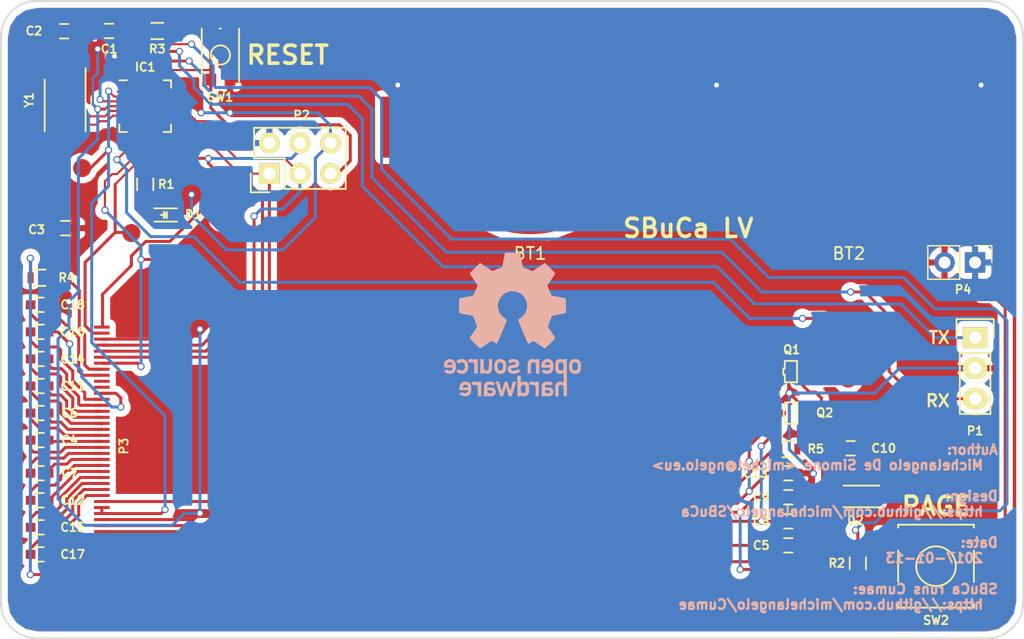
<source format=kicad_pcb>
(kicad_pcb (version 4) (host pcbnew 4.0.4-stable)
  (title_block (title SBuCa) (date 2016-10-26) (rev LV) (company "Michelangelo De Simone"))
  (layers (0 F.Cu signal hide) (31 B.Cu signal hide) (34 B.Paste user) (35 F.Paste user) (36 B.SilkS user) (37 F.SilkS user) (38 B.Mask user) (39 F.Mask user) (44 Edge.Cuts user))
  (net 0 "")
  (net 1 GND)
  (net 2 +3V3)
  (net 3 "Net-(C4-Pad2)")
  (net 4 "Net-(C5-Pad2)")
  (net 5 "Net-(C6-Pad1)")
  (net 6 "Net-(C6-Pad2)")
  (net 7 "Net-(C7-Pad2)")
  (net 8 /VDH)
  (net 9 /VGL)
  (net 10 "Net-(C12-Pad2)")
  (net 11 "Net-(C14-Pad1)")
  (net 12 "Net-(C14-Pad2)")
  (net 13 /VGH)
  (net 14 "Net-(C16-Pad1)")
  (net 15 "Net-(C16-Pad2)")
  (net 16 "Net-(C17-Pad1)")
  (net 17 "Net-(C17-Pad2)")
  (net 18 "Net-(C18-Pad1)")
  (net 19 "Net-(D1-Pad2)")
  (net 20 /RESET)
  (net 21 /DCHARGE)
  (net 22 /RSTN)
  (net 23 /BUSY)
  (net 24 /DATAPB1)
  (net 25 /SS)
  (net 26 /MOSI)
  (net 27 /MISO)
  (net 28 /SCK)
  (net 29 /BORDER)
  (net 30 "Net-(C2-Pad2)")
  (net 31 "Net-(C3-Pad2)")
  (net 32 "Net-(C4-Pad1)")
  (net 33 "Net-(C7-Pad1)")
  (net 34 "Net-(C10-Pad2)")
  (net 35 "Net-(C11-Pad1)")
  (net 36 "Net-(C11-Pad2)")
  (net 37 "Net-(C12-Pad1)")
  (net 38 "Net-(C15-Pad1)")
  (net 39 "Net-(C15-Pad2)")
  (net 40 "Net-(IC1-Pad1)")
  (net 41 /EPD_VCC)
  (net 42 "Net-(IC1-Pad7)")
  (net 43 "Net-(IC1-Pad17)")
  (net 44 "Net-(IC1-Pad19)")
  (net 45 "Net-(IC1-Pad20)")
  (net 46 "Net-(IC1-Pad21)")
  (net 47 "Net-(IC1-Pad22)")
  (net 48 "Net-(IC1-Pad23)")
  (net 49 "Net-(IC1-Pad24)")
  (net 50 /TTLRX)
  (net 51 /TTLTX)
  (net 52 "Net-(IC1-Pad28)")
  (net 53 "Net-(P3-Pad8)")
  (net 54 "Net-(P3-Pad10)")
  (net 55 "Net-(P3-Pad11)")
  (net 56 "Net-(P3-Pad30)")
  (module SBuCa_Footprints:SBuCa_CR2032_Holder (layer F.Cu) (at 73.75 82.5)
    (fp_text reference BT1 (at 0 10.5) (layer F.SilkS))
    (fp_text value Battery hide)
    (pad 1 smd rect (at 10.98 0) (size 2.79 5.08) (layers F.Cu F.Paste F.Mask) (net 2 +3V3))
    (pad 1 smd rect (at -10.98 0) (size 2.79 5.08) (layers F.Cu F.Paste F.Mask) (net 2 +3V3))
    (pad 2 smd circle (at 0 0) (size 17.78 17.78) (layers F.Cu F.Paste F.Mask) (net 1 GND))
  )
  (module SBuCa_Footprints:SBuCa_CR2032_Holder (layer F.Cu) (at 100.25 82.5)
    (fp_text reference BT2 (at 0 10.5) (layer F.SilkS))
    (fp_text value Battery hide)
    (pad 1 smd rect (at 10.98 0) (size 2.79 5.08) (layers F.Cu F.Paste F.Mask) (net 2 +3V3))
    (pad 1 smd rect (at -10.98 0) (size 2.79 5.08) (layers F.Cu F.Paste F.Mask) (net 2 +3V3))
    (pad 2 smd circle (at 0 0) (size 17.78 17.78) (layers F.Cu F.Paste F.Mask) (net 1 GND))
  )
  (module Capacitors_SMD:C_0603 (layer F.Cu) (at 38.75 74.5)
    (fp_text reference C1 (at 0 1.5) (layer F.SilkS) (effects (font (size 0.7 0.7))))
    (fp_text value 100nF hide)
    (pad 1 smd rect (at -0.75 0) (size 0.8 0.75) (layers F.Cu F.Paste F.Mask) (net 1 GND))
    (pad 2 smd rect (at 0.75 0) (size 0.8 0.75) (layers F.Cu F.Paste F.Mask) (net 2 +3V3))
  )
  (module Capacitors_SMD:C_0603 (layer F.Cu) (at 35.01 74.52 180)
    (fp_text reference C2 (at 2.51 0.02 180) (layer F.SilkS) (effects (font (size 0.7 0.7))))
    (fp_text value 22pF hide)
    (pad 1 smd rect (at -0.75 0 180) (size 0.8 0.75) (layers F.Cu F.Paste F.Mask) (net 1 GND))
    (pad 2 smd rect (at 0.75 0 180) (size 0.8 0.75) (layers F.Cu F.Paste F.Mask) (net 30 "Net-(C2-Pad2)"))
  )
  (module Capacitors_SMD:C_0603 (layer F.Cu) (at 35.095 90.895 180)
    (fp_text reference C3 (at 2.375 -0.125 180) (layer F.SilkS) (effects (font (size 0.7 0.7))))
    (fp_text value 22pF hide)
    (pad 1 smd rect (at -0.75 0 180) (size 0.8 0.75) (layers F.Cu F.Paste F.Mask) (net 1 GND))
    (pad 2 smd rect (at 0.75 0 180) (size 0.8 0.75) (layers F.Cu F.Paste F.Mask) (net 31 "Net-(C3-Pad2)"))
  )
  (module Capacitors_SMD:C_0603 (layer F.Cu) (at 32.97 108.52)
    (fp_text reference C4 (at 2.5 0) (layer F.SilkS) (effects (font (size 0.7 0.7))))
    (fp_text value 2.2uF/25V hide)
    (pad 1 smd rect (at -0.75 0) (size 0.8 0.75) (layers F.Cu F.Paste F.Mask) (net 32 "Net-(C4-Pad1)"))
    (pad 2 smd rect (at 0.75 0) (size 0.8 0.75) (layers F.Cu F.Paste F.Mask) (net 3 "Net-(C4-Pad2)"))
  )
  (module Capacitors_SMD:C_0603 (layer F.Cu) (at 95.22 117.27 180)
    (fp_text reference C5 (at 2.25 0 180) (layer F.SilkS) (effects (font (size 0.7 0.7))))
    (fp_text value 2.2uF/25V hide)
    (pad 1 smd rect (at -0.75 0 180) (size 0.8 0.75) (layers F.Cu F.Paste F.Mask) (net 1 GND))
    (pad 2 smd rect (at 0.75 0 180) (size 0.8 0.75) (layers F.Cu F.Paste F.Mask) (net 4 "Net-(C5-Pad2)"))
  )
  (module Capacitors_SMD:C_0603 (layer F.Cu) (at 32.97 106.27)
    (fp_text reference C6 (at 2.5 0) (layer F.SilkS) (effects (font (size 0.7 0.7))))
    (fp_text value 2.2uF/25V hide)
    (pad 1 smd rect (at -0.75 0) (size 0.8 0.75) (layers F.Cu F.Paste F.Mask) (net 5 "Net-(C6-Pad1)"))
    (pad 2 smd rect (at 0.75 0) (size 0.8 0.75) (layers F.Cu F.Paste F.Mask) (net 6 "Net-(C6-Pad2)"))
  )
  (module Capacitors_SMD:C_0603 (layer F.Cu) (at 32.97 111.27)
    (fp_text reference C7 (at 2.5 0) (layer F.SilkS) (effects (font (size 0.7 0.7))))
    (fp_text value 2.2uF/25V hide)
    (pad 1 smd rect (at -0.75 0) (size 0.8 0.75) (layers F.Cu F.Paste F.Mask) (net 33 "Net-(C7-Pad1)"))
    (pad 2 smd rect (at 0.75 0) (size 0.8 0.75) (layers F.Cu F.Paste F.Mask) (net 7 "Net-(C7-Pad2)"))
  )
  (module Capacitors_SMD:C_0603 (layer F.Cu) (at 95.22 115.27 180)
    (fp_text reference C8 (at 2.25 0 180) (layer F.SilkS) (effects (font (size 0.7 0.7))))
    (fp_text value 2.2uF/25V hide)
    (pad 1 smd rect (at -0.75 0 180) (size 0.8 0.75) (layers F.Cu F.Paste F.Mask) (net 1 GND))
    (pad 2 smd rect (at 0.75 0 180) (size 0.8 0.75) (layers F.Cu F.Paste F.Mask) (net 8 /VDH))
  )
  (module Capacitors_SMD:C_0603 (layer F.Cu) (at 95.22 113.27 180)
    (fp_text reference C9 (at 2.25 0 180) (layer F.SilkS) (effects (font (size 0.7 0.7))))
    (fp_text value 2.2uF/25V hide)
    (pad 1 smd rect (at -0.75 0 180) (size 0.8 0.75) (layers F.Cu F.Paste F.Mask) (net 1 GND))
    (pad 2 smd rect (at 0.75 0 180) (size 0.8 0.75) (layers F.Cu F.Paste F.Mask) (net 9 /VGL))
  )
  (module Capacitors_SMD:C_0603 (layer F.Cu) (at 100.4 109.2 180)
    (fp_text reference C10 (at -2.75 0 180) (layer F.SilkS) (effects (font (size 0.7 0.7))))
    (fp_text value 1uF/10V/X7R hide)
    (pad 1 smd rect (at -0.75 0 180) (size 0.8 0.75) (layers F.Cu F.Paste F.Mask) (net 1 GND))
    (pad 2 smd rect (at 0.75 0 180) (size 0.8 0.75) (layers F.Cu F.Paste F.Mask) (net 34 "Net-(C10-Pad2)"))
  )
  (module Capacitors_SMD:C_0603 (layer F.Cu) (at 32.97 104.02)
    (fp_text reference C11 (at 2.75 0) (layer F.SilkS) (effects (font (size 0.7 0.7))))
    (fp_text value 2.2uF/25V hide)
    (pad 1 smd rect (at -0.75 0) (size 0.8 0.75) (layers F.Cu F.Paste F.Mask) (net 35 "Net-(C11-Pad1)"))
    (pad 2 smd rect (at 0.75 0) (size 0.8 0.75) (layers F.Cu F.Paste F.Mask) (net 36 "Net-(C11-Pad2)"))
  )
  (module Capacitors_SMD:C_0603 (layer F.Cu) (at 32.97 113.52)
    (fp_text reference C12 (at 2.75 0) (layer F.SilkS) (effects (font (size 0.7 0.7))))
    (fp_text value 2.2uF/16V hide)
    (pad 1 smd rect (at -0.75 0) (size 0.8 0.75) (layers F.Cu F.Paste F.Mask) (net 37 "Net-(C12-Pad1)"))
    (pad 2 smd rect (at 0.75 0) (size 0.8 0.75) (layers F.Cu F.Paste F.Mask) (net 10 "Net-(C12-Pad2)"))
  )
  (module Capacitors_SMD:C_0603 (layer F.Cu) (at 95.22 111.27 180)
    (fp_text reference C13 (at 2.75 0 180) (layer F.SilkS) (effects (font (size 0.7 0.7))))
    (fp_text value 2.2uF/25V hide)
    (pad 1 smd rect (at -0.75 0 180) (size 0.8 0.75) (layers F.Cu F.Paste F.Mask) (net 1 GND))
    (pad 2 smd rect (at 0.75 0 180) (size 0.8 0.75) (layers F.Cu F.Paste F.Mask) (net 13 /VGH))
  )
  (module Capacitors_SMD:C_0603 (layer F.Cu) (at 32.97 101.77)
    (fp_text reference C14 (at 2.75 0) (layer F.SilkS) (effects (font (size 0.7 0.7))))
    (fp_text value 2.2uF/25V hide)
    (pad 1 smd rect (at -0.75 0) (size 0.8 0.75) (layers F.Cu F.Paste F.Mask) (net 11 "Net-(C14-Pad1)"))
    (pad 2 smd rect (at 0.75 0) (size 0.8 0.75) (layers F.Cu F.Paste F.Mask) (net 12 "Net-(C14-Pad2)"))
  )
  (module Capacitors_SMD:C_0603 (layer F.Cu) (at 32.97 115.77)
    (fp_text reference C15 (at 2.75 0) (layer F.SilkS) (effects (font (size 0.7 0.7))))
    (fp_text value 2.2uF/16V hide)
    (pad 1 smd rect (at -0.75 0) (size 0.8 0.75) (layers F.Cu F.Paste F.Mask) (net 38 "Net-(C15-Pad1)"))
    (pad 2 smd rect (at 0.75 0) (size 0.8 0.75) (layers F.Cu F.Paste F.Mask) (net 39 "Net-(C15-Pad2)"))
  )
  (module Capacitors_SMD:C_0603 (layer F.Cu) (at 32.97 99.52)
    (fp_text reference C16 (at 2.75 0) (layer F.SilkS) (effects (font (size 0.7 0.7))))
    (fp_text value 2.2uF/16V hide)
    (pad 1 smd rect (at -0.75 0) (size 0.8 0.75) (layers F.Cu F.Paste F.Mask) (net 14 "Net-(C16-Pad1)"))
    (pad 2 smd rect (at 0.75 0) (size 0.8 0.75) (layers F.Cu F.Paste F.Mask) (net 15 "Net-(C16-Pad2)"))
  )
  (module Capacitors_SMD:C_0603 (layer F.Cu) (at 32.97 118.02)
    (fp_text reference C17 (at 2.75 0) (layer F.SilkS) (effects (font (size 0.7 0.7))))
    (fp_text value 2.2uF/16V hide)
    (pad 1 smd rect (at -0.75 0) (size 0.8 0.75) (layers F.Cu F.Paste F.Mask) (net 16 "Net-(C17-Pad1)"))
    (pad 2 smd rect (at 0.75 0) (size 0.8 0.75) (layers F.Cu F.Paste F.Mask) (net 17 "Net-(C17-Pad2)"))
  )
  (module Capacitors_SMD:C_0603 (layer F.Cu) (at 32.97 97.27)
    (fp_text reference C18 (at 2.75 0) (layer F.SilkS) (effects (font (size 0.7 0.7))))
    (fp_text value 2.2uF/10V hide)
    (pad 1 smd rect (at -0.75 0) (size 0.8 0.75) (layers F.Cu F.Paste F.Mask) (net 18 "Net-(C18-Pad1)"))
    (pad 2 smd rect (at 0.75 0) (size 0.8 0.75) (layers F.Cu F.Paste F.Mask) (net 1 GND))
  )
  (module LEDs:LED_0603 (layer F.Cu) (at 43.3 89.8 180)
    (fp_text reference D1 (at -2.45 0.05 180) (layer F.SilkS) (effects (font (size 0.7 0.7))))
    (fp_text value LED_IC_STATUS hide)
    (pad 2 smd rect (at 0.7493 0) (size 0.79756 0.79756) (layers F.Cu F.Paste F.Mask) (net 19 "Net-(D1-Pad2)"))
    (pad 1 smd rect (at -0.7493 0) (size 0.79756 0.79756) (layers F.Cu F.Paste F.Mask) (net 1 GND))
  )
  (module Diodes_SMD:SOD-123 (layer F.Cu) (at 100.8 113.2 180)
    (fp_text reference D2 (at 0 -2 180) (layer F.SilkS) (effects (font (size 0.7 0.7))))
    (fp_text value SS2040FL hide)
    (pad 1 smd rect (at -1.635 0 180) (size 0.91 1.22) (layers F.Cu F.Paste F.Mask) (net 1 GND))
    (pad 2 smd rect (at 1.635 0 180) (size 0.91 1.22) (layers F.Cu F.Paste F.Mask) (net 9 /VGL))
  )
  (module Housings_DFN_QFN:QFN-28-1EP_4x4mm_Pitch0.4mm (layer F.Cu) (at 41.75 80.75)
    (fp_text reference IC1 (at 0 -3.25) (layer F.SilkS) (effects (font (size 0.7 0.7))))
    (fp_text value ATMEGA328P-MM hide)
    (pad 1 smd rect (at -1.95 -1.2) (size 0.8 0.2) (layers F.Cu F.Paste F.Mask) (net 40 "Net-(IC1-Pad1)"))
    (pad 2 smd rect (at -1.95 -0.8) (size 0.8 0.2) (layers F.Cu F.Paste F.Mask) (net 41 /EPD_VCC))
    (pad 3 smd rect (at -1.95 -0.4) (size 0.8 0.2) (layers F.Cu F.Paste F.Mask) (net 2 +3V3))
    (pad 4 smd rect (at -1.95 0) (size 0.8 0.2) (layers F.Cu F.Paste F.Mask) (net 1 GND))
    (pad 5 smd rect (at -1.95 0.4) (size 0.8 0.2) (layers F.Cu F.Paste F.Mask) (net 30 "Net-(C2-Pad2)"))
    (pad 6 smd rect (at -1.95 0.8) (size 0.8 0.2) (layers F.Cu F.Paste F.Mask) (net 31 "Net-(C3-Pad2)"))
    (pad 7 smd rect (at -1.95 1.2) (size 0.8 0.2) (layers F.Cu F.Paste F.Mask) (net 42 "Net-(IC1-Pad7)"))
    (pad 8 smd rect (at -1.2 1.95 90) (size 0.8 0.2) (layers F.Cu F.Paste F.Mask) (net 21 /DCHARGE))
    (pad 9 smd rect (at -0.8 1.95 90) (size 0.8 0.2) (layers F.Cu F.Paste F.Mask) (net 22 /RSTN))
    (pad 10 smd rect (at -0.4 1.95 90) (size 0.8 0.2) (layers F.Cu F.Paste F.Mask) (net 23 /BUSY))
    (pad 11 smd rect (at 0 1.95 90) (size 0.8 0.2) (layers F.Cu F.Paste F.Mask) (net 24 /DATAPB1))
    (pad 12 smd rect (at 0.4 1.95 90) (size 0.8 0.2) (layers F.Cu F.Paste F.Mask) (net 25 /SS))
    (pad 13 smd rect (at 0.8 1.95 90) (size 0.8 0.2) (layers F.Cu F.Paste F.Mask) (net 26 /MOSI))
    (pad 14 smd rect (at 1.2 1.95 90) (size 0.8 0.2) (layers F.Cu F.Paste F.Mask) (net 27 /MISO))
    (pad 15 smd rect (at 1.95 1.2) (size 0.8 0.2) (layers F.Cu F.Paste F.Mask) (net 28 /SCK))
    (pad 16 smd rect (at 1.95 0.8) (size 0.8 0.2) (layers F.Cu F.Paste F.Mask) (net 2 +3V3))
    (pad 17 smd rect (at 1.95 0.4) (size 0.8 0.2) (layers F.Cu F.Paste F.Mask) (net 43 "Net-(IC1-Pad17)"))
    (pad 18 smd rect (at 1.95 0) (size 0.8 0.2) (layers F.Cu F.Paste F.Mask) (net 1 GND))
    (pad 19 smd rect (at 1.95 -0.4) (size 0.8 0.2) (layers F.Cu F.Paste F.Mask) (net 44 "Net-(IC1-Pad19)"))
    (pad 20 smd rect (at 1.95 -0.8) (size 0.8 0.2) (layers F.Cu F.Paste F.Mask) (net 45 "Net-(IC1-Pad20)"))
    (pad 21 smd rect (at 1.95 -1.2) (size 0.8 0.2) (layers F.Cu F.Paste F.Mask) (net 46 "Net-(IC1-Pad21)"))
    (pad 22 smd rect (at 1.2 -1.95 90) (size 0.8 0.2) (layers F.Cu F.Paste F.Mask) (net 47 "Net-(IC1-Pad22)"))
    (pad 23 smd rect (at 0.8 -1.95 90) (size 0.8 0.2) (layers F.Cu F.Paste F.Mask) (net 48 "Net-(IC1-Pad23)"))
    (pad 24 smd rect (at 0.4 -1.95 90) (size 0.8 0.2) (layers F.Cu F.Paste F.Mask) (net 49 "Net-(IC1-Pad24)"))
    (pad 25 smd rect (at 0 -1.95 90) (size 0.8 0.2) (layers F.Cu F.Paste F.Mask) (net 20 /RESET))
    (pad 26 smd rect (at -0.4 -1.95 90) (size 0.8 0.2) (layers F.Cu F.Paste F.Mask) (net 50 /TTLRX))
    (pad 27 smd rect (at -0.8 -1.95 90) (size 0.8 0.2) (layers F.Cu F.Paste F.Mask) (net 51 /TTLTX))
    (pad 28 smd rect (at -1.2 -1.95 90) (size 0.8 0.2) (layers F.Cu F.Paste F.Mask) (net 52 "Net-(IC1-Pad28)"))
    (pad 29 smd rect (at 0.6 0.6) (size 1.2 1.2) (layers F.Cu F.Paste F.Mask))
    (pad 29 smd rect (at 0.6 -0.6) (size 1.2 1.2) (layers F.Cu F.Paste F.Mask))
    (pad 29 smd rect (at -0.6 0.6) (size 1.2 1.2) (layers F.Cu F.Paste F.Mask))
    (pad 29 smd rect (at -0.6 -0.6) (size 1.2 1.2) (layers F.Cu F.Paste F.Mask))
  )
  (module Pin_Headers:Pin_Header_Straight_1x03 (layer F.Cu) (at 110.75 100)
    (fp_text reference P1 (at 0 7.75) (layer F.SilkS) (effects (font (size 0.7 0.7))))
    (fp_text value TTL_CONN hide)
    (pad 1 thru_hole rect (at 0 0) (size 2.032 1.7272) (drill 1.016) (layers *.Cu *.Mask F.SilkS) (net 51 /TTLTX))
    (pad 2 thru_hole oval (at 0 2.54) (size 2.032 1.7272) (drill 1.016) (layers *.Cu *.Mask F.SilkS) (net 1 GND))
    (pad 3 thru_hole oval (at 0 5.08) (size 2.032 1.7272) (drill 1.016) (layers *.Cu *.Mask F.SilkS) (net 50 /TTLRX))
  )
  (module Pin_Headers:Pin_Header_Straight_2x03 (layer F.Cu) (at 52.07 86.36 90)
    (fp_text reference P2 (at 4.86 2.68 180) (layer F.SilkS) (effects (font (size 0.7 0.7))))
    (fp_text value ISP hide)
    (pad 1 thru_hole rect (at 0 0 90) (size 1.7272 1.7272) (drill 1.016) (layers *.Cu *.Mask F.SilkS) (net 27 /MISO))
    (pad 2 thru_hole oval (at 2.54 0 90) (size 1.7272 1.7272) (drill 1.016) (layers *.Cu *.Mask F.SilkS) (net 2 +3V3))
    (pad 3 thru_hole oval (at 0 2.54 90) (size 1.7272 1.7272) (drill 1.016) (layers *.Cu *.Mask F.SilkS) (net 28 /SCK))
    (pad 4 thru_hole oval (at 2.54 2.54 90) (size 1.7272 1.7272) (drill 1.016) (layers *.Cu *.Mask F.SilkS) (net 26 /MOSI))
    (pad 5 thru_hole oval (at 0 5.08 90) (size 1.7272 1.7272) (drill 1.016) (layers *.Cu *.Mask F.SilkS) (net 20 /RESET))
    (pad 6 thru_hole oval (at 2.54 5.08 90) (size 1.7272 1.7272) (drill 1.016) (layers *.Cu *.Mask F.SilkS) (net 1 GND))
  )
  (module SBuCa_Footprints:SBuCa_FH28_40_05mmpitch (layer F.Cu) (at 40.72 109.52 90)
    (fp_text reference P3 (at 0.5 -0.75 90) (layer F.SilkS) (effects (font (size 0.7 0.7))))
    (fp_text value EPD_CONN hide)
    (pad "" smd rect (at -11.255 3.005 270) (size 1.8 2.2) (layers F.Cu F.Paste F.Mask))
    (pad 1 smd rect (at 10.395 -2.578 270) (size 0.25 1.3) (layers F.Cu F.Paste F.Mask) (net 25 /SS))
    (pad "" smd rect (at 12.545 3.005 270) (size 1.8 2.2) (layers F.Cu F.Paste F.Mask))
    (pad 2 smd rect (at 9.895 -2.578 270) (size 0.25 1.3) (layers F.Cu F.Paste F.Mask) (net 23 /BUSY))
    (pad 3 smd rect (at 9.395 -2.578 270) (size 0.25 1.3) (layers F.Cu F.Paste F.Mask) (net 1 GND))
    (pad 4 smd rect (at 8.895 -2.578 270) (size 0.25 1.3) (layers F.Cu F.Paste F.Mask) (net 28 /SCK))
    (pad 5 smd rect (at 8.395 -2.578 270) (size 0.25 1.3) (layers F.Cu F.Paste F.Mask) (net 26 /MOSI))
    (pad 6 smd rect (at 7.895 -2.578 270) (size 0.25 1.3) (layers F.Cu F.Paste F.Mask) (net 27 /MISO))
    (pad 7 smd rect (at 7.395 -2.578 270) (size 0.25 1.3) (layers F.Cu F.Paste F.Mask) (net 22 /RSTN))
    (pad 8 smd rect (at 6.895 -2.578 270) (size 0.25 1.3) (layers F.Cu F.Paste F.Mask) (net 53 "Net-(P3-Pad8)"))
    (pad 9 smd rect (at 6.395 -2.578 270) (size 0.25 1.3) (layers F.Cu F.Paste F.Mask) (net 18 "Net-(C18-Pad1)"))
    (pad 10 smd rect (at 5.895 -2.578 270) (size 0.25 1.3) (layers F.Cu F.Paste F.Mask) (net 54 "Net-(P3-Pad10)"))
    (pad 11 smd rect (at 5.395 -2.578 270) (size 0.25 1.3) (layers F.Cu F.Paste F.Mask) (net 55 "Net-(P3-Pad11)"))
    (pad 12 smd rect (at 4.895 -2.578 270) (size 0.25 1.3) (layers F.Cu F.Paste F.Mask) (net 15 "Net-(C16-Pad2)"))
    (pad 13 smd rect (at 4.395 -2.578 270) (size 0.25 1.3) (layers F.Cu F.Paste F.Mask) (net 14 "Net-(C16-Pad1)"))
    (pad 14 smd rect (at 3.895 -2.578 270) (size 0.25 1.3) (layers F.Cu F.Paste F.Mask) (net 12 "Net-(C14-Pad2)"))
    (pad 15 smd rect (at 3.395 -2.578 270) (size 0.25 1.3) (layers F.Cu F.Paste F.Mask) (net 11 "Net-(C14-Pad1)"))
    (pad 16 smd rect (at 2.895 -2.578 270) (size 0.25 1.3) (layers F.Cu F.Paste F.Mask) (net 36 "Net-(C11-Pad2)"))
    (pad 17 smd rect (at 2.395 -2.578 270) (size 0.25 1.3) (layers F.Cu F.Paste F.Mask) (net 35 "Net-(C11-Pad1)"))
    (pad 18 smd rect (at 1.895 -2.578 270) (size 0.25 1.3) (layers F.Cu F.Paste F.Mask) (net 6 "Net-(C6-Pad2)"))
    (pad 19 smd rect (at 1.395 -2.578 270) (size 0.25 1.3) (layers F.Cu F.Paste F.Mask) (net 5 "Net-(C6-Pad1)"))
    (pad 20 smd rect (at 0.895 -2.578 270) (size 0.25 1.3) (layers F.Cu F.Paste F.Mask) (net 3 "Net-(C4-Pad2)"))
    (pad 21 smd rect (at 0.395 -2.578 270) (size 0.25 1.3) (layers F.Cu F.Paste F.Mask) (net 32 "Net-(C4-Pad1)"))
    (pad 22 smd rect (at -0.105 -2.578 270) (size 0.25 1.3) (layers F.Cu F.Paste F.Mask) (net 33 "Net-(C7-Pad1)"))
    (pad 23 smd rect (at -0.605 -2.578 270) (size 0.25 1.3) (layers F.Cu F.Paste F.Mask) (net 7 "Net-(C7-Pad2)"))
    (pad 24 smd rect (at -1.105 -2.578 270) (size 0.25 1.3) (layers F.Cu F.Paste F.Mask) (net 37 "Net-(C12-Pad1)"))
    (pad 25 smd rect (at -1.605 -2.578 270) (size 0.25 1.3) (layers F.Cu F.Paste F.Mask) (net 10 "Net-(C12-Pad2)"))
    (pad 26 smd rect (at -2.105 -2.578 270) (size 0.25 1.3) (layers F.Cu F.Paste F.Mask) (net 38 "Net-(C15-Pad1)"))
    (pad 27 smd rect (at -2.605 -2.578 270) (size 0.25 1.3) (layers F.Cu F.Paste F.Mask) (net 39 "Net-(C15-Pad2)"))
    (pad 28 smd rect (at -3.105 -2.578 270) (size 0.25 1.3) (layers F.Cu F.Paste F.Mask) (net 16 "Net-(C17-Pad1)"))
    (pad 29 smd rect (at -3.605 -2.578 270) (size 0.25 1.3) (layers F.Cu F.Paste F.Mask) (net 17 "Net-(C17-Pad2)"))
    (pad 30 smd rect (at -4.105 -2.578 270) (size 0.25 1.3) (layers F.Cu F.Paste F.Mask) (net 56 "Net-(P3-Pad30)"))
    (pad 31 smd rect (at -4.605 -2.578 270) (size 0.25 1.3) (layers F.Cu F.Paste F.Mask) (net 41 /EPD_VCC))
    (pad 32 smd rect (at -5.105 -2.578 270) (size 0.25 1.3) (layers F.Cu F.Paste F.Mask) (net 41 /EPD_VCC))
    (pad 33 smd rect (at -5.605 -2.578 270) (size 0.25 1.3) (layers F.Cu F.Paste F.Mask) (net 1 GND))
    (pad 34 smd rect (at -6.105 -2.578 270) (size 0.25 1.3) (layers F.Cu F.Paste F.Mask) (net 13 /VGH))
    (pad 35 smd rect (at -6.605 -2.578 270) (size 0.25 1.3) (layers F.Cu F.Paste F.Mask) (net 9 /VGL))
    (pad 36 smd rect (at -7.105 -2.578 270) (size 0.25 1.3) (layers F.Cu F.Paste F.Mask) (net 8 /VDH))
    (pad 37 smd rect (at -7.605 -2.578 270) (size 0.25 1.3) (layers F.Cu F.Paste F.Mask) (net 4 "Net-(C5-Pad2)"))
    (pad 38 smd rect (at -8.105 -2.578 270) (size 0.25 1.3) (layers F.Cu F.Paste F.Mask) (net 29 /BORDER))
    (pad 39 smd rect (at -8.605 -2.578 270) (size 0.25 1.3) (layers F.Cu F.Paste F.Mask) (net 34 "Net-(C10-Pad2)"))
    (pad 40 smd rect (at -9.105 -2.578 270) (size 0.25 1.3) (layers F.Cu F.Paste F.Mask) (net 34 "Net-(C10-Pad2)"))
  )
  (module TO_SOT_Packages_SMD:SOT-323 (layer F.Cu) (at 95.438001 102.821191 270)
    (fp_text reference Q1 (at -1.821191 -0.061999 360) (layer F.SilkS) (effects (font (size 0.7 0.7))))
    (fp_text value 2N7002KW hide)
    (pad 2 smd rect (at -0.65024 -0.94996 270) (size 0.59944 1.00076) (layers F.Cu F.Paste F.Mask) (net 1 GND))
    (pad 1 smd rect (at 0.65024 -0.94996 270) (size 0.59944 1.00076) (layers F.Cu F.Paste F.Mask) (net 21 /DCHARGE))
    (pad 3 smd rect (at 0 0.94996 270) (size 0.59944 1.00076) (layers F.Cu F.Paste F.Mask) (net 13 /VGH))
  )
  (module TO_SOT_Packages_SMD:SOT-323 (layer F.Cu) (at 95.47 106.27 270)
    (fp_text reference Q2 (at -0.02 -2.78 360) (layer F.SilkS) (effects (font (size 0.7 0.7))))
    (fp_text value 2N7002KW hide)
    (pad 2 smd rect (at -0.65024 -0.94996 270) (size 0.59944 1.00076) (layers F.Cu F.Paste F.Mask) (net 1 GND))
    (pad 1 smd rect (at 0.65024 -0.94996 270) (size 0.59944 1.00076) (layers F.Cu F.Paste F.Mask) (net 21 /DCHARGE))
    (pad 3 smd rect (at 0 0.94996 270) (size 0.59944 1.00076) (layers F.Cu F.Paste F.Mask) (net 8 /VDH))
  )
  (module Resistors_SMD:R_0603 (layer F.Cu) (at 41.75 87.25 90)
    (fp_text reference R1 (at 0 1.75 180) (layer F.SilkS) (effects (font (size 0.7 0.7))))
    (fp_text value 178 hide)
    (pad 1 smd rect (at -0.75 0 90) (size 0.5 0.9) (layers F.Cu F.Paste F.Mask) (net 19 "Net-(D1-Pad2)"))
    (pad 2 smd rect (at 0.75 0 90) (size 0.5 0.9) (layers F.Cu F.Paste F.Mask) (net 24 /DATAPB1))
  )
  (module Resistors_SMD:R_0603 (layer F.Cu) (at 101 118.75 90)
    (fp_text reference R2 (at 0 -1.75 180) (layer F.SilkS) (effects (font (size 0.7 0.7))))
    (fp_text value 4.7K hide)
    (pad 1 smd rect (at -0.75 0 90) (size 0.5 0.9) (layers F.Cu F.Paste F.Mask) (net 1 GND))
    (pad 2 smd rect (at 0.75 0 90) (size 0.5 0.9) (layers F.Cu F.Paste F.Mask) (net 52 "Net-(IC1-Pad28)"))
  )
  (module Resistors_SMD:R_0603 (layer F.Cu) (at 42.75 74.5)
    (fp_text reference R3 (at 0 1.5) (layer F.SilkS) (effects (font (size 0.7 0.7))))
    (fp_text value 10K hide)
    (pad 1 smd rect (at -0.75 0) (size 0.5 0.9) (layers F.Cu F.Paste F.Mask) (net 2 +3V3))
    (pad 2 smd rect (at 0.75 0) (size 0.5 0.9) (layers F.Cu F.Paste F.Mask) (net 20 /RESET))
  )
  (module Resistors_SMD:R_0603 (layer F.Cu) (at 32.97 95.02 180)
    (fp_text reference R4 (at -2.25 0 180) (layer F.SilkS) (effects (font (size 0.7 0.7))))
    (fp_text value 0 hide)
    (pad 1 smd rect (at -0.75 0 180) (size 0.5 0.9) (layers F.Cu F.Paste F.Mask) (net 53 "Net-(P3-Pad8)"))
    (pad 2 smd rect (at 0.75 0 180) (size 0.5 0.9) (layers F.Cu F.Paste F.Mask) (net 29 /BORDER))
  )
  (module Resistors_SMD:R_0603 (layer F.Cu) (at 95.22 109.27)
    (fp_text reference R5 (at 2.28 -0.02) (layer F.SilkS) (effects (font (size 0.7 0.7))))
    (fp_text value 2K hide)
    (pad 1 smd rect (at -0.75 0) (size 0.5 0.9) (layers F.Cu F.Paste F.Mask) (net 56 "Net-(P3-Pad30)"))
    (pad 2 smd rect (at 0.75 0) (size 0.5 0.9) (layers F.Cu F.Paste F.Mask) (net 34 "Net-(C10-Pad2)"))
  )
  (module Buttons_Switches_SMD:SW_SPST_KMR2 (layer F.Cu) (at 48 76.5 90)
    (fp_text reference SW1 (at -3.5 0 180) (layer F.SilkS) (effects (font (size 0.7 0.7))))
    (fp_text value SW_RESET hide)
    (pad 1 smd rect (at -2.05 -0.8 180) (size 0.9 1) (layers F.Cu F.Paste F.Mask) (net 20 /RESET))
    (pad 2 smd rect (at -2.05 0.8 180) (size 0.9 1) (layers F.Cu F.Paste F.Mask) (net 1 GND))
    (pad 1 smd rect (at 2.05 -0.8 180) (size 0.9 1) (layers F.Cu F.Paste F.Mask) (net 20 /RESET))
    (pad 2 smd rect (at 2.05 0.8 180) (size 0.9 1) (layers F.Cu F.Paste F.Mask) (net 1 GND))
  )
  (module Buttons_Switches_SMD:SW_SPST_B3S-1000 (layer F.Cu) (at 107.5 119)
    (fp_text reference SW2 (at 0 4.5) (layer F.SilkS) (effects (font (size 0.7 0.7))))
    (fp_text value SW_PAGE_INT hide)
    (pad 1 smd rect (at -3.975 -2.25) (size 1.55 1.3) (layers F.Cu F.Paste F.Mask) (net 52 "Net-(IC1-Pad28)"))
    (pad 1 smd rect (at 3.975 -2.25) (size 1.55 1.3) (layers F.Cu F.Paste F.Mask) (net 52 "Net-(IC1-Pad28)"))
    (pad 2 smd rect (at -3.975 2.25) (size 1.55 1.3) (layers F.Cu F.Paste F.Mask) (net 2 +3V3))
    (pad 2 smd rect (at 3.975 2.25) (size 1.55 1.3) (layers F.Cu F.Paste F.Mask) (net 2 +3V3))
  )
  (module Crystals:Crystal_SMD_5032_2Pads (layer F.Cu) (at 35.09 80.24 270)
    (fp_text reference Y1 (at 0 3 270) (layer F.SilkS) (effects (font (size 0.7 0.7))))
    (fp_text value 12MHz hide)
    (pad 1 smd rect (at -2.05 0 270) (size 2 2.4) (layers F.Cu F.Paste F.Mask) (net 30 "Net-(C2-Pad2)"))
    (pad 2 smd rect (at 2.05 0 270) (size 2 2.4) (layers F.Cu F.Paste F.Mask) (net 31 "Net-(C3-Pad2)"))
  )
  (module Measurement_Points:Measurement_Point_Round-SMD-Pad_Small (layer F.Cu) (at 40.6 91.3)
    (fp_text reference W1 hide)
    (fp_text value TP_BUSY hide)
    (pad 1 smd circle (at 0 0) (size 1.5 1.5) (layers F.Cu F.Mask) (net 23 /BUSY))
  )
  (module Measurement_Points:Measurement_Point_Round-SMD-Pad_Small (layer F.Cu) (at 48.25 90)
    (fp_text reference W2 hide)
    (fp_text value TP_SS hide)
    (pad 1 smd circle (at 0 0) (size 1.5 1.5) (layers F.Cu F.Mask) (net 25 /SS))
  )
  (module Measurement_Points:Measurement_Point_Round-SMD-Pad_Small (layer F.Cu) (at 100.2 103.4)
    (fp_text reference W3 hide)
    (fp_text value TP_DCHARGE hide)
    (pad 1 smd circle (at 0 0) (size 1.5 1.5) (layers F.Cu F.Mask) (net 21 /DCHARGE))
  )
  (module Measurement_Points:Measurement_Point_Round-SMD-Pad_Small (layer F.Cu) (at 43.5 93.5)
    (fp_text reference W4 hide)
    (fp_text value TP_RSTN hide)
    (pad 1 smd circle (at 0 0) (size 1.5 1.5) (layers F.Cu F.Mask) (net 22 /RSTN))
  )
  (module Measurement_Points:Measurement_Point_Round-SMD-Pad_Small (layer F.Cu) (at 36.5 85.9)
    (fp_text reference W5 hide)
    (fp_text value TP_EPD_VCC hide)
    (pad 1 smd circle (at 0 0) (size 1.5 1.5) (layers F.Cu F.Mask) (net 41 /EPD_VCC))
  )
  (module Pin_Headers:Pin_Header_Straight_1x02_Pitch2.54mm (layer F.Cu) (at 110.75 93.75 270)
    (fp_text reference P4 (at 2.25 1 360) (layer F.SilkS) (effects (font (size 0.7 0.7))))
    (fp_text value EXTPW_CONN hide)
    (pad 1 thru_hole rect (at 0 0 270) (size 1.7 1.7) (drill 1) (layers *.Cu *.Mask) (net 2 +3V3))
    (pad 2 thru_hole oval (at 0 2.54 270) (size 1.7 1.7) (drill 1) (layers *.Cu *.Mask) (net 1 GND))
  )
  (module Symbols:OSHW-Logo_11.4x12mm_SilkScreen (layer B.Cu) (at 72.3 98.9 180)
    (fp_text reference REF*** hide)
    (fp_text value OSHW-Logo_11.4x12mm_SilkScreen hide)
  )
  (gr_arc (start 111.75 122) (end 114.75 122) (angle 90) (layer Edge.Cuts) (width 0.15))
  (gr_arc (start 111.75 75) (end 111.75 72) (angle 90) (layer Edge.Cuts) (width 0.15))
  (gr_arc (start 32.75 122) (end 32.75 125) (angle 90) (layer Edge.Cuts) (width 0.15))
  (gr_line (start 32.75 125) (end 111.75 125) (angle 90) (layer Edge.Cuts) (width 0.15))
  (gr_line (start 114.75 75) (end 114.75 122) (angle 90) (layer Edge.Cuts) (width 0.15))
  (gr_line (start 29.75 75) (end 29.75 122) (angle 90) (layer Edge.Cuts) (width 0.15))
  (gr_arc (start 32.75 75) (end 29.75 75) (angle 90) (layer Edge.Cuts) (width 0.15))
  (gr_line (start 32.75 72) (end 111.75 72) (angle 90) (layer Edge.Cuts) (width 0.15))
  (gr_text "SBuCa LV" (at 86.9 90.9) (layer F.SilkS) (effects (font (size 1.5 1.5) (thickness 0.3))))
  (gr_text "Author:\n  Michelangelo De Simone <michel@ngelo.eu>\n\nDesign:\n  https://github.com/michelangelo/SBuCa\n\nDate:\n  2017-01-13\n\nSBuCa runs Cumae:\n  https://github.com/michelangelo/Cumae" (at 112.75 115.75) (layer B.SilkS) (effects (font (size 0.8 0.8) (thickness 0.2)) (justify left mirror)))
  (gr_text RESET (at 53.6 76.5) (layer F.SilkS) (effects (font (size 1.5 1.5) (thickness 0.3))))
  (gr_text PAGE (at 107.5 114) (layer F.SilkS) (effects (font (size 1.5 1.5) (thickness 0.3))))
  (gr_text RX (at 108.75 105.25) (layer F.SilkS) (effects (font (size 1 1) (thickness 0.2)) (justify right)))
  (gr_text TX (at 108.75 100) (layer F.SilkS) (effects (font (size 1 1) (thickness 0.2)) (justify right)))
  (segment (start 95.3 104.6) (end 95.3 109.3) (width 0.25) (layer B.Cu) (net 1))
  (segment (start 97.27 111.27) (end 95.97 111.27) (width 0.25) (layer F.Cu) (net 1))
  (segment (start 97.3 111.3) (end 97.27 111.27) (width 0.25) (layer F.Cu) (net 1))
  (via (at 97.3 111.3) (size 0.6) (drill 0.4) (layers F.Cu B.Cu) (net 1))
  (segment (start 95.3 109.3) (end 97.3 111.3) (width 0.25) (layer B.Cu) (net 1))
  (segment (start 110.75 102.54) (end 104.46 102.54) (width 0.25) (layer B.Cu) (net 1))
  (segment (start 95.3 104.6) (end 96.31976 105.61976) (width 0.25) (layer F.Cu) (net 1))
  (via (at 95.3 104.6) (size 0.6) (drill 0.4) (layers F.Cu B.Cu) (net 1))
  (segment (start 102.4 104.6) (end 95.3 104.6) (width 0.25) (layer B.Cu) (net 1))
  (segment (start 104.46 102.54) (end 102.4 104.6) (width 0.25) (layer B.Cu) (net 1))
  (segment (start 96.31976 105.61976) (end 96.41996 105.61976) (width 0.25) (layer F.Cu) (net 1))
  (segment (start 44.0493 89.8) (end 44.0493 88.6507) (width 0.25) (layer F.Cu) (net 1))
  (segment (start 55.9 85.07) (end 57.15 83.82) (width 0.25) (layer B.Cu) (net 1))
  (segment (start 55.9 90) (end 55.9 85.07) (width 0.25) (layer B.Cu) (net 1))
  (segment (start 53.2 92.7) (end 55.9 90) (width 0.25) (layer B.Cu) (net 1))
  (segment (start 48.5 92.7) (end 53.2 92.7) (width 0.25) (layer B.Cu) (net 1))
  (segment (start 45.6 89.8) (end 48.5 92.7) (width 0.25) (layer B.Cu) (net 1))
  (segment (start 45.6 88.1) (end 45.6 89.8) (width 0.25) (layer B.Cu) (net 1))
  (via (at 45.6 88.1) (size 0.6) (drill 0.4) (layers F.Cu B.Cu) (net 1))
  (segment (start 44.6 88.1) (end 45.6 88.1) (width 0.25) (layer F.Cu) (net 1))
  (segment (start 44.0493 88.6507) (end 44.6 88.1) (width 0.25) (layer F.Cu) (net 1))
  (segment (start 46.3 114.6) (end 45 114.6) (width 0.25) (layer B.Cu) (net 1))
  (segment (start 35.4 99.2) (end 35.4 97) (width 0.25) (layer B.Cu) (net 1))
  (segment (start 34.5 100.1) (end 35.4 99.2) (width 0.25) (layer B.Cu) (net 1))
  (segment (start 34.5 113.4) (end 34.5 100.1) (width 0.25) (layer B.Cu) (net 1))
  (segment (start 36.7 115.6) (end 34.5 113.4) (width 0.25) (layer B.Cu) (net 1))
  (segment (start 44 115.6) (end 36.7 115.6) (width 0.25) (layer B.Cu) (net 1))
  (segment (start 45 114.6) (end 44 115.6) (width 0.25) (layer B.Cu) (net 1))
  (segment (start 37.8 83.5) (end 37.8 81) (width 0.25) (layer B.Cu) (net 1))
  (segment (start 35.4 97) (end 36.2 96.2) (width 0.25) (layer B.Cu) (net 1))
  (segment (start 36.2 96.2) (end 36.2 85.1) (width 0.25) (layer B.Cu) (net 1))
  (segment (start 36.2 85.1) (end 37.8 83.5) (width 0.25) (layer B.Cu) (net 1))
  (via (at 35.4 97) (size 0.6) (drill 0.4) (layers F.Cu B.Cu) (net 1))
  (segment (start 33.72 97.27) (end 35.13 97.27) (width 0.25) (layer F.Cu) (net 1))
  (segment (start 35.13 97.27) (end 35.4 97) (width 0.25) (layer F.Cu) (net 1))
  (segment (start 38.142 100.125) (end 45.475 100.125) (width 0.25) (layer F.Cu) (net 1))
  (segment (start 45.775 115.125) (end 38.142 115.125) (width 0.25) (layer F.Cu) (net 1))
  (segment (start 46.3 114.6) (end 45.775 115.125) (width 0.25) (layer F.Cu) (net 1))
  (via (at 46.3 114.6) (size 0.6) (drill 0.4) (layers F.Cu B.Cu) (net 1))
  (segment (start 46.3 99.3) (end 46.3 114.6) (width 0.25) (layer B.Cu) (net 1))
  (via (at 46.3 99.3) (size 0.6) (drill 0.4) (layers F.Cu B.Cu) (net 1))
  (segment (start 45.475 100.125) (end 46.3 99.3) (width 0.25) (layer F.Cu) (net 1))
  (segment (start 57.15 83.82) (end 57.15 82.35) (width 0.25) (layer B.Cu) (net 1))
  (segment (start 56.1 81.3) (end 48.8 81.3) (width 0.25) (layer B.Cu) (net 1))
  (segment (start 57.15 82.35) (end 56.1 81.3) (width 0.25) (layer B.Cu) (net 1))
  (segment (start 43.7 80.75) (end 45.85 80.75) (width 0.18) (layer F.Cu) (net 1))
  (segment (start 45.85 80.75) (end 46.4 81.3) (width 0.25) (layer F.Cu) (net 1))
  (via (at 46.4 81.3) (size 0.6) (drill 0.4) (layers F.Cu B.Cu) (net 1))
  (segment (start 46.4 81.3) (end 48.8 81.3) (width 0.25) (layer B.Cu) (net 1))
  (via (at 48.8 81.3) (size 0.6) (drill 0.4) (layers F.Cu B.Cu) (net 1))
  (segment (start 48.8 81.3) (end 48.8 78.55) (width 0.25) (layer F.Cu) (net 1))
  (segment (start 96.41996 105.61976) (end 96.21976 105.61976) (width 0.25) (layer F.Cu) (net 1))
  (segment (start 39.8 80.75) (end 38.65 80.75) (width 0.18) (layer F.Cu) (net 1))
  (segment (start 38.65 80.75) (end 38.4 81) (width 0.18) (layer F.Cu) (net 1))
  (segment (start 38.4 81) (end 37.8 81) (width 0.25) (layer F.Cu) (net 1))
  (via (at 37.8 81) (size 0.6) (drill 0.4) (layers F.Cu B.Cu) (net 1))
  (segment (start 37.8 81) (end 37.4 80.6) (width 0.25) (layer B.Cu) (net 1))
  (segment (start 37.4 80.6) (end 37.4 78.4) (width 0.18) (layer B.Cu) (net 1))
  (segment (start 37.4 78.4) (end 37.8 78) (width 0.25) (layer B.Cu) (net 1))
  (segment (start 37.8 78) (end 37.8 76) (width 0.25) (layer B.Cu) (net 1))
  (via (at 37.8 76) (size 0.6) (drill 0.4) (layers F.Cu B.Cu) (net 1))
  (segment (start 37.8 76) (end 38 75.8) (width 0.25) (layer F.Cu) (net 1))
  (segment (start 38 75.8) (end 38 74.5) (width 0.25) (layer F.Cu) (net 1))
  (segment (start 35.76 74.52) (end 37.98 74.52) (width 0.25) (layer F.Cu) (net 1))
  (segment (start 37.98 74.52) (end 38 74.5) (width 0.25) (layer F.Cu) (net 1))
  (segment (start 48.8 78.55) (end 48.8 74.45) (width 0.25) (layer F.Cu) (net 1))
  (segment (start 106.2 83.04) (end 106.22 83.02) (width 0.25) (layer F.Cu) (net 1))
  (segment (start 79.95 83.04) (end 79.97 83.02) (width 0.25) (layer F.Cu) (net 1))
  (segment (start 62.77 82.5) (end 62.77 79.02) (width 0.25) (layer F.Cu) (net 2))
  (via (at 62.75 79) (size 0.6) (drill 0.4) (layers F.Cu B.Cu) (net 2))
  (segment (start 111.23 82.5) (end 111.23 79.02) (width 0.25) (layer F.Cu) (net 2))
  (via (at 111.25 79) (size 0.6) (drill 0.4) (layers F.Cu B.Cu) (net 2))
  (segment (start 89.27 82.5) (end 89.27 79.02) (width 0.25) (layer F.Cu) (net 2))
  (via (at 89.25 79) (size 0.6) (drill 0.4) (layers F.Cu B.Cu) (net 2))
  (segment (start 39.5 74.5) (end 42 74.5) (width 0.25) (layer F.Cu) (net 2))
  (segment (start 62.77 80.63) (end 62.77 82.5) (width 0.25) (layer F.Cu) (net 2))
  (segment (start 84.73 82.5) (end 89.27 82.5) (width 0.25) (layer F.Cu) (net 2))
  (segment (start 52.07 83.82) (end 52.62 83.82) (width 0.18) (layer F.Cu) (net 2))
  (segment (start 39.8 80.35) (end 38.15 80.35) (width 0.18) (layer F.Cu) (net 2))
  (segment (start 38.15 80.35) (end 38 80.2) (width 0.25) (layer F.Cu) (net 2))
  (via (at 38 80.2) (size 0.6) (drill 0.4) (layers F.Cu B.Cu) (net 2))
  (segment (start 38 80.2) (end 38 78.6) (width 0.25) (layer B.Cu) (net 2))
  (segment (start 38 78.6) (end 38.4 78.2) (width 0.25) (layer B.Cu) (net 2))
  (segment (start 38.4 78.2) (end 38.4 77.4) (width 0.25) (layer B.Cu) (net 2))
  (segment (start 38.4 77.4) (end 39.2 76.6) (width 0.25) (layer B.Cu) (net 2))
  (via (at 39.2 76.6) (size 0.6) (drill 0.4) (layers F.Cu B.Cu) (net 2))
  (segment (start 39.2 76.6) (end 39.5 76.3) (width 0.25) (layer F.Cu) (net 2))
  (segment (start 39.5 76.3) (end 39.5 74.5) (width 0.25) (layer F.Cu) (net 2))
  (segment (start 43.7 81.55) (end 45.55 81.55) (width 0.18) (layer F.Cu) (net 2))
  (segment (start 49.02 83.82) (end 52.07 83.82) (width 0.18) (layer F.Cu) (net 2))
  (segment (start 47.2 82) (end 49.02 83.82) (width 0.18) (layer F.Cu) (net 2))
  (segment (start 46 82) (end 47.2 82) (width 0.18) (layer F.Cu) (net 2))
  (segment (start 45.55 81.55) (end 46 82) (width 0.18) (layer F.Cu) (net 2))
  (segment (start 39.37 74.63) (end 39.5 74.5) (width 0.18) (layer F.Cu) (net 2))
  (segment (start 110.75 93.75) (end 110.75 96) (width 0.25) (layer F.Cu) (net 2))
  (segment (start 111.475 120.025) (end 111.475 121.25) (width 0.25) (layer F.Cu) (net 2))
  (segment (start 113.25 118.25) (end 111.475 120.025) (width 0.25) (layer F.Cu) (net 2))
  (segment (start 113.25 97.5) (end 113.25 118.25) (width 0.25) (layer F.Cu) (net 2))
  (segment (start 112.25 96.5) (end 113.25 97.5) (width 0.25) (layer F.Cu) (net 2))
  (segment (start 111.25 96.5) (end 112.25 96.5) (width 0.25) (layer F.Cu) (net 2))
  (segment (start 110.75 96) (end 111.25 96.5) (width 0.25) (layer F.Cu) (net 2))
  (segment (start 110.75 82.98) (end 111.23 82.5) (width 0.25) (layer F.Cu) (net 2))
  (segment (start 103.525 121.25) (end 111.475 121.25) (width 0.25) (layer F.Cu) (net 2))
  (segment (start 62.77 80.23) (end 62.77 82.5) (width 0.25) (layer F.Cu) (net 2))
  (segment (start 38.142 108.625) (end 33.825 108.625) (width 0.25) (layer F.Cu) (net 3))
  (segment (start 33.825 108.625) (end 33.72 108.52) (width 0.25) (layer F.Cu) (net 3))
  (segment (start 38.142 117.125) (end 54.375 117.125) (width 0.25) (layer F.Cu) (net 4))
  (segment (start 54.52 117.27) (end 94.47 117.27) (width 0.25) (layer F.Cu) (net 4))
  (segment (start 54.375 117.125) (end 54.52 117.27) (width 0.25) (layer F.Cu) (net 4))
  (segment (start 38.142 108.125) (end 35.075 108.125) (width 0.25) (layer F.Cu) (net 5))
  (segment (start 32.22 106.77) (end 32.22 106.27) (width 0.25) (layer F.Cu) (net 5))
  (segment (start 32.97 107.52) (end 32.22 106.77) (width 0.25) (layer F.Cu) (net 5))
  (segment (start 34.47 107.52) (end 32.97 107.52) (width 0.25) (layer F.Cu) (net 5))
  (segment (start 35.075 108.125) (end 34.47 107.52) (width 0.25) (layer F.Cu) (net 5))
  (segment (start 38.142 107.625) (end 35.325 107.625) (width 0.25) (layer F.Cu) (net 6))
  (segment (start 33.72 106.77) (end 33.72 106.27) (width 0.25) (layer F.Cu) (net 6))
  (segment (start 33.97 107.02) (end 33.72 106.77) (width 0.25) (layer F.Cu) (net 6))
  (segment (start 34.72 107.02) (end 33.97 107.02) (width 0.25) (layer F.Cu) (net 6))
  (segment (start 35.325 107.625) (end 34.72 107.02) (width 0.25) (layer F.Cu) (net 6))
  (segment (start 38.142 110.125) (end 35.615 110.125) (width 0.25) (layer F.Cu) (net 7))
  (segment (start 34.22 110.52) (end 33.72 111.02) (width 0.25) (layer F.Cu) (net 7))
  (segment (start 35.22 110.52) (end 34.22 110.52) (width 0.25) (layer F.Cu) (net 7))
  (segment (start 35.615 110.125) (end 35.22 110.52) (width 0.25) (layer F.Cu) (net 7))
  (segment (start 33.72 111.02) (end 33.72 111.27) (width 0.25) (layer F.Cu) (net 7))
  (segment (start 94.52004 106.27) (end 94.52004 107.46996) (width 0.25) (layer F.Cu) (net 8))
  (via (at 92.97 115.27) (size 0.6) (drill 0.4) (layers F.Cu B.Cu) (net 8))
  (segment (start 92.97 109.02) (end 92.97 115.27) (width 0.25) (layer B.Cu) (net 8))
  (via (at 92.97 109.02) (size 0.6) (drill 0.4) (layers F.Cu B.Cu) (net 8))
  (segment (start 94.52004 107.46996) (end 92.97 109.02) (width 0.25) (layer F.Cu) (net 8))
  (segment (start 94.47 115.27) (end 92.97 115.27) (width 0.25) (layer F.Cu) (net 8))
  (segment (start 92.97 115.27) (end 55.25 115.25) (width 0.25) (layer F.Cu) (net 8))
  (segment (start 53.865 116.625) (end 38.142 116.625) (width 0.25) (layer F.Cu) (net 8))
  (segment (start 55.22 115.27) (end 53.865 116.625) (width 0.25) (layer F.Cu) (net 8))
  (segment (start 98.6 117.64) (end 98.6 116.8) (width 0.25) (layer F.Cu) (net 9))
  (segment (start 99.165 116.235) (end 99.165 113.2) (width 0.25) (layer F.Cu) (net 9))
  (segment (start 98.6 116.8) (end 99.165 116.235) (width 0.25) (layer F.Cu) (net 9))
  (via (at 91.22 114.52) (size 0.6) (drill 0.4) (layers F.Cu B.Cu) (net 9))
  (segment (start 91.22 119.27) (end 91.22 114.52) (width 0.25) (layer B.Cu) (net 9))
  (via (at 91.22 119.27) (size 0.6) (drill 0.4) (layers F.Cu B.Cu) (net 9))
  (segment (start 96.97 119.27) (end 91.22 119.27) (width 0.25) (layer F.Cu) (net 9))
  (segment (start 98.585 117.655) (end 98.6 117.64) (width 0.25) (layer F.Cu) (net 9))
  (segment (start 98.6 117.64) (end 96.97 119.27) (width 0.25) (layer F.Cu) (net 9))
  (segment (start 94.47 113.27) (end 92.47 113.27) (width 0.25) (layer F.Cu) (net 9))
  (segment (start 53.615 116.125) (end 38.142 116.125) (width 0.25) (layer F.Cu) (net 9))
  (segment (start 55.22 114.52) (end 53.615 116.125) (width 0.25) (layer F.Cu) (net 9))
  (segment (start 91.22 114.52) (end 55.25 114.5) (width 0.25) (layer F.Cu) (net 9))
  (segment (start 92.47 113.27) (end 91.22 114.52) (width 0.25) (layer F.Cu) (net 9))
  (segment (start 38.142 111.125) (end 36.115 111.125) (width 0.25) (layer F.Cu) (net 10))
  (segment (start 36.115 111.125) (end 33.72 113.52) (width 0.25) (layer F.Cu) (net 10))
  (segment (start 38.142 106.125) (end 36.025002 106.125) (width 0.25) (layer F.Cu) (net 11))
  (segment (start 32.22 102.52) (end 32.22 101.77) (width 0.25) (layer F.Cu) (net 11))
  (segment (start 32.72 103.02) (end 32.22 102.52) (width 0.25) (layer F.Cu) (net 11))
  (segment (start 34.47 103.02) (end 32.72 103.02) (width 0.25) (layer F.Cu) (net 11))
  (segment (start 34.72 103.27) (end 34.47 103.02) (width 0.25) (layer F.Cu) (net 11))
  (segment (start 34.72 104.02) (end 34.72 103.27) (width 0.25) (layer F.Cu) (net 11))
  (segment (start 35.72 105.02) (end 34.72 104.02) (width 0.25) (layer F.Cu) (net 11))
  (segment (start 35.72 105.819998) (end 35.72 105.02) (width 0.25) (layer F.Cu) (net 11))
  (segment (start 36.025002 106.125) (end 35.72 105.819998) (width 0.25) (layer F.Cu) (net 11))
  (segment (start 38.142 105.625) (end 36.325 105.625) (width 0.25) (layer F.Cu) (net 12))
  (segment (start 33.72 102.27) (end 33.72 101.77) (width 0.25) (layer F.Cu) (net 12))
  (segment (start 34.019998 102.569998) (end 33.72 102.27) (width 0.25) (layer F.Cu) (net 12))
  (segment (start 34.769998 102.569998) (end 34.019998 102.569998) (width 0.25) (layer F.Cu) (net 12))
  (segment (start 35.22 103.02) (end 34.769998 102.569998) (width 0.25) (layer F.Cu) (net 12))
  (segment (start 35.22 103.883602) (end 35.22 103.02) (width 0.25) (layer F.Cu) (net 12))
  (segment (start 36.22 104.883602) (end 35.22 103.883602) (width 0.25) (layer F.Cu) (net 12))
  (segment (start 36.22 105.52) (end 36.22 104.883602) (width 0.25) (layer F.Cu) (net 12))
  (segment (start 36.325 105.625) (end 36.22 105.52) (width 0.25) (layer F.Cu) (net 12))
  (segment (start 94.488041 102.821191) (end 94.488041 104.251959) (width 0.25) (layer F.Cu) (net 13))
  (via (at 91.97 112.77) (size 0.6) (drill 0.4) (layers F.Cu B.Cu) (net 13))
  (segment (start 91.97 110.27) (end 91.97 112.77) (width 0.25) (layer B.Cu) (net 13))
  (via (at 91.97 110.27) (size 0.6) (drill 0.4) (layers F.Cu B.Cu) (net 13))
  (segment (start 91.97 109.02) (end 91.97 110.27) (width 0.25) (layer F.Cu) (net 13))
  (segment (start 93.22 107.77) (end 91.97 109.02) (width 0.25) (layer F.Cu) (net 13))
  (segment (start 93.22 105.52) (end 93.22 107.77) (width 0.25) (layer F.Cu) (net 13))
  (segment (start 94.488041 104.251959) (end 93.22 105.52) (width 0.25) (layer F.Cu) (net 13))
  (segment (start 94.47 111.27) (end 93.47 111.27) (width 0.25) (layer F.Cu) (net 13))
  (segment (start 53.115 115.625) (end 38.142 115.625) (width 0.25) (layer F.Cu) (net 13))
  (segment (start 54.97 113.77) (end 53.115 115.625) (width 0.25) (layer F.Cu) (net 13))
  (segment (start 90.97 113.77) (end 55 113.75) (width 0.25) (layer F.Cu) (net 13))
  (segment (start 93.47 111.27) (end 91.97 112.77) (width 0.25) (layer F.Cu) (net 13))
  (segment (start 91.97 112.77) (end 90.97 113.77) (width 0.25) (layer F.Cu) (net 13))
  (segment (start 38.142 105.125) (end 36.775002 105.125) (width 0.25) (layer F.Cu) (net 14))
  (segment (start 32.22 100.27) (end 32.22 99.52) (width 0.25) (layer F.Cu) (net 14))
  (segment (start 32.72 100.77) (end 32.22 100.27) (width 0.25) (layer F.Cu) (net 14))
  (segment (start 34.47 100.77) (end 32.72 100.77) (width 0.25) (layer F.Cu) (net 14))
  (segment (start 34.72 101.02) (end 34.47 100.77) (width 0.25) (layer F.Cu) (net 14))
  (segment (start 34.72 101.77) (end 34.72 101.02) (width 0.25) (layer F.Cu) (net 14))
  (segment (start 35.72 102.77) (end 34.72 101.77) (width 0.25) (layer F.Cu) (net 14))
  (segment (start 35.72 103.569998) (end 35.72 102.77) (width 0.25) (layer F.Cu) (net 14))
  (segment (start 36.72 104.569998) (end 35.72 103.569998) (width 0.25) (layer F.Cu) (net 14))
  (segment (start 36.72 105.069998) (end 36.72 104.569998) (width 0.25) (layer F.Cu) (net 14))
  (segment (start 36.775002 105.125) (end 36.72 105.069998) (width 0.25) (layer F.Cu) (net 14))
  (segment (start 38.142 104.625) (end 39.325 104.625) (width 0.25) (layer F.Cu) (net 15))
  (segment (start 34.47 99.52) (end 33.72 99.52) (width 0.25) (layer F.Cu) (net 15))
  (segment (start 35.47 100.52) (end 34.47 99.52) (width 0.25) (layer F.Cu) (net 15))
  (via (at 35.47 100.52) (size 0.6) (drill 0.4) (layers F.Cu B.Cu) (net 15))
  (segment (start 35.47 101.77) (end 35.47 100.52) (width 0.25) (layer B.Cu) (net 15))
  (segment (start 36.47 102.77) (end 35.47 101.77) (width 0.25) (layer B.Cu) (net 15))
  (segment (start 36.47 103.27) (end 36.47 102.77) (width 0.25) (layer B.Cu) (net 15))
  (segment (start 38.97 105.77) (end 36.47 103.27) (width 0.25) (layer B.Cu) (net 15))
  (segment (start 39.72 105.77) (end 38.97 105.77) (width 0.25) (layer B.Cu) (net 15))
  (via (at 39.72 105.77) (size 0.6) (drill 0.4) (layers F.Cu B.Cu) (net 15))
  (segment (start 39.72 105.02) (end 39.72 105.77) (width 0.25) (layer F.Cu) (net 15))
  (segment (start 39.325 104.625) (end 39.72 105.02) (width 0.25) (layer F.Cu) (net 15))
  (segment (start 38.142 112.625) (end 36.637796 112.625) (width 0.25) (layer F.Cu) (net 16))
  (segment (start 32.22 117.52) (end 32.22 118.02) (width 0.25) (layer F.Cu) (net 16))
  (segment (start 32.97 116.77) (end 32.22 117.52) (width 0.25) (layer F.Cu) (net 16))
  (segment (start 34.22 116.77) (end 32.97 116.77) (width 0.25) (layer F.Cu) (net 16))
  (segment (start 34.72 116.27) (end 34.22 116.77) (width 0.25) (layer F.Cu) (net 16))
  (segment (start 34.72 115.52) (end 34.72 116.27) (width 0.25) (layer F.Cu) (net 16))
  (segment (start 35.72 114.52) (end 34.72 115.52) (width 0.25) (layer F.Cu) (net 16))
  (segment (start 35.72 113.542796) (end 35.72 114.52) (width 0.25) (layer F.Cu) (net 16))
  (segment (start 36.637796 112.625) (end 35.72 113.542796) (width 0.25) (layer F.Cu) (net 16))
  (segment (start 38.142 113.125) (end 36.865 113.125) (width 0.25) (layer F.Cu) (net 17))
  (segment (start 35.22 116.52) (end 33.72 118.02) (width 0.25) (layer F.Cu) (net 17))
  (segment (start 35.22 115.77) (end 35.22 116.52) (width 0.25) (layer F.Cu) (net 17))
  (segment (start 36.22 114.77) (end 35.22 115.77) (width 0.25) (layer F.Cu) (net 17))
  (segment (start 36.22 113.77) (end 36.22 114.77) (width 0.25) (layer F.Cu) (net 17))
  (segment (start 36.865 113.125) (end 36.22 113.77) (width 0.25) (layer F.Cu) (net 17))
  (segment (start 32.22 97.27) (end 32.22 98.02) (width 0.25) (layer F.Cu) (net 18))
  (segment (start 32.22 98.02) (end 32.72 98.52) (width 0.25) (layer F.Cu) (net 18))
  (segment (start 32.72 98.52) (end 34.72 98.52) (width 0.25) (layer F.Cu) (net 18))
  (segment (start 34.72 98.52) (end 36.22 100.02) (width 0.25) (layer F.Cu) (net 18))
  (segment (start 36.22 100.02) (end 36.22 102.77) (width 0.25) (layer F.Cu) (net 18))
  (segment (start 36.22 102.77) (end 36.575 103.125) (width 0.25) (layer F.Cu) (net 18))
  (segment (start 36.575 103.125) (end 38.142 103.125) (width 0.25) (layer F.Cu) (net 18))
  (segment (start 41.75 88) (end 41.75 88.75) (width 0.25) (layer F.Cu) (net 19))
  (segment (start 42.5507 89.1507) (end 42.5507 89.8) (width 0.25) (layer F.Cu) (net 19))
  (segment (start 42.4 89) (end 42.5507 89.1507) (width 0.25) (layer F.Cu) (net 19))
  (segment (start 42 89) (end 42.4 89) (width 0.25) (layer F.Cu) (net 19))
  (segment (start 41.75 88.75) (end 42 89) (width 0.25) (layer F.Cu) (net 19))
  (segment (start 47.2 78.55) (end 47.2 80.9) (width 0.25) (layer F.Cu) (net 20))
  (segment (start 58.8 85.3) (end 57.74 86.36) (width 0.25) (layer F.Cu) (net 20))
  (segment (start 58.8 83.2) (end 58.8 85.3) (width 0.25) (layer F.Cu) (net 20))
  (segment (start 57.9 82.3) (end 58.8 83.2) (width 0.25) (layer F.Cu) (net 20))
  (segment (start 48.6 82.3) (end 57.9 82.3) (width 0.25) (layer F.Cu) (net 20))
  (segment (start 47.2 80.9) (end 48.6 82.3) (width 0.25) (layer F.Cu) (net 20))
  (segment (start 57.74 86.36) (end 57.15 86.36) (width 0.25) (layer F.Cu) (net 20))
  (segment (start 41.75 78.8) (end 41.75 78) (width 0.18) (layer F.Cu) (net 20))
  (segment (start 42 77.75) (end 47.2 77.75) (width 0.18) (layer F.Cu) (net 20))
  (segment (start 41.75 78) (end 42 77.75) (width 0.18) (layer F.Cu) (net 20))
  (segment (start 43.5 74.5) (end 47.15 74.5) (width 0.25) (layer F.Cu) (net 20))
  (segment (start 47.15 74.5) (end 47.2 74.45) (width 0.25) (layer F.Cu) (net 20))
  (segment (start 47.2 78.55) (end 47.2 77.75) (width 0.25) (layer F.Cu) (net 20))
  (segment (start 47.2 77.75) (end 47.2 74.45) (width 0.25) (layer F.Cu) (net 20))
  (segment (start 100.2 103.4) (end 100.2 100.4) (width 0.25) (layer F.Cu) (net 21))
  (segment (start 40.55 84.05) (end 40.55 82.7) (width 0.18) (layer F.Cu) (net 21))
  (segment (start 92 98.4) (end 96.4 98.4) (width 0.25) (layer B.Cu) (net 21))
  (segment (start 89 95.4) (end 92 98.4) (width 0.25) (layer B.Cu) (net 21))
  (segment (start 49.6 95.4) (end 89 95.4) (width 0.25) (layer B.Cu) (net 21))
  (segment (start 45.8 91.6) (end 49.6 95.4) (width 0.25) (layer B.Cu) (net 21))
  (segment (start 42.2 91.6) (end 45.8 91.6) (width 0.25) (layer B.Cu) (net 21))
  (segment (start 40.2 89.6) (end 42.2 91.6) (width 0.25) (layer B.Cu) (net 21))
  (segment (start 40.2 86) (end 40.2 89.6) (width 0.25) (layer B.Cu) (net 21))
  (segment (start 39.4 85.2) (end 40.2 86) (width 0.25) (layer B.Cu) (net 21))
  (via (at 39.4 85.2) (size 0.6) (drill 0.4) (layers F.Cu B.Cu) (net 21))
  (segment (start 40.55 84.05) (end 39.4 85.2) (width 0.18) (layer F.Cu) (net 21))
  (via (at 96.4 98.4) (size 0.6) (drill 0.4) (layers F.Cu B.Cu) (net 21))
  (segment (start 98.2 98.4) (end 96.4 98.4) (width 0.25) (layer F.Cu) (net 21))
  (segment (start 100.2 100.4) (end 98.2 98.4) (width 0.25) (layer F.Cu) (net 21))
  (segment (start 96.387961 103.471431) (end 100.128569 103.471431) (width 0.25) (layer F.Cu) (net 21))
  (segment (start 96.41996 106.92024) (end 97.31976 106.92024) (width 0.25) (layer F.Cu) (net 21))
  (segment (start 96.387961 103.937961) (end 96.387961 103.471431) (width 0.25) (layer F.Cu) (net 21))
  (segment (start 96.97 104.52) (end 96.387961 103.937961) (width 0.25) (layer F.Cu) (net 21))
  (segment (start 97.47 104.52) (end 96.97 104.52) (width 0.25) (layer F.Cu) (net 21))
  (segment (start 97.97 105.02) (end 97.47 104.52) (width 0.25) (layer F.Cu) (net 21))
  (segment (start 97.97 106.27) (end 97.97 105.02) (width 0.25) (layer F.Cu) (net 21))
  (segment (start 97.31976 106.92024) (end 97.97 106.27) (width 0.25) (layer F.Cu) (net 21))
  (segment (start 43.5 93.5) (end 41.4 93.5) (width 0.25) (layer F.Cu) (net 22))
  (via (at 41.4 93.5) (size 0.6) (drill 0.4) (layers F.Cu B.Cu) (net 22))
  (segment (start 41.4 102.4) (end 41.4 93.5) (width 0.25) (layer B.Cu) (net 22))
  (segment (start 41.4 93.5) (end 41.4 92.4) (width 0.25) (layer B.Cu) (net 22))
  (segment (start 40.95 84.85) (end 39.4 86.4) (width 0.18) (layer F.Cu) (net 22))
  (segment (start 39.4 86.4) (end 39 86.4) (width 0.18) (layer F.Cu) (net 22))
  (segment (start 39 86.4) (end 38.4 87) (width 0.18) (layer F.Cu) (net 22))
  (segment (start 38.4 87) (end 38.4 89.4) (width 0.18) (layer F.Cu) (net 22))
  (via (at 38.4 89.4) (size 0.6) (drill 0.4) (layers F.Cu B.Cu) (net 22))
  (segment (start 41.4 102.4) (end 41.125 102.125) (width 0.25) (layer F.Cu) (net 22))
  (via (at 41.4 102.4) (size 0.6) (drill 0.4) (layers F.Cu B.Cu) (net 22))
  (segment (start 38.142 102.125) (end 41.125 102.125) (width 0.25) (layer F.Cu) (net 22))
  (segment (start 40.95 84.85) (end 40.95 82.7) (width 0.18) (layer F.Cu) (net 22))
  (segment (start 41.4 92.4) (end 38.4 89.4) (width 0.25) (layer B.Cu) (net 22))
  (segment (start 39.25 91.25) (end 40.55 91.25) (width 0.25) (layer F.Cu) (net 23))
  (segment (start 40.55 91.25) (end 40.6 91.3) (width 0.25) (layer F.Cu) (net 23))
  (segment (start 41.35 82.7) (end 41.35 85.15) (width 0.18) (layer F.Cu) (net 23))
  (segment (start 41.35 85.15) (end 39.25 87.25) (width 0.18) (layer F.Cu) (net 23))
  (segment (start 39.25 87.25) (end 39.25 91.25) (width 0.25) (layer F.Cu) (net 23))
  (segment (start 39.25 91.25) (end 36.75 93.75) (width 0.25) (layer F.Cu) (net 23))
  (segment (start 36.75 93.75) (end 36.75 99) (width 0.25) (layer F.Cu) (net 23))
  (segment (start 36.75 99) (end 37.375 99.625) (width 0.25) (layer F.Cu) (net 23))
  (segment (start 37.375 99.625) (end 38.142 99.625) (width 0.25) (layer F.Cu) (net 23))
  (segment (start 41.75 82.7) (end 41.75 86.5) (width 0.18) (layer F.Cu) (net 24))
  (segment (start 47.2 88.6) (end 47.85 88.6) (width 0.25) (layer F.Cu) (net 25))
  (segment (start 48.25 89) (end 48.25 90) (width 0.25) (layer F.Cu) (net 25))
  (segment (start 47.85 88.6) (end 48.25 89) (width 0.25) (layer F.Cu) (net 25))
  (segment (start 42.15 82.7) (end 42.15 84.95) (width 0.18) (layer F.Cu) (net 25))
  (segment (start 38.2 96.4) (end 38.2 99.067) (width 0.25) (layer F.Cu) (net 25))
  (segment (start 42.15 84.95) (end 43.2 86) (width 0.18) (layer F.Cu) (net 25))
  (segment (start 43.2 86) (end 46.2 86) (width 0.25) (layer F.Cu) (net 25))
  (segment (start 46.2 86) (end 47.2 87) (width 0.25) (layer F.Cu) (net 25))
  (segment (start 47.2 87) (end 47.2 88.6) (width 0.25) (layer F.Cu) (net 25))
  (segment (start 47.2 88.6) (end 43.8 92) (width 0.25) (layer F.Cu) (net 25))
  (segment (start 43.8 92) (end 41.8 92) (width 0.25) (layer F.Cu) (net 25))
  (segment (start 41.8 92) (end 40.6 93.2) (width 0.25) (layer F.Cu) (net 25))
  (segment (start 40.6 93.2) (end 40.6 94) (width 0.25) (layer F.Cu) (net 25))
  (segment (start 40.6 94) (end 38.2 96.4) (width 0.25) (layer F.Cu) (net 25))
  (segment (start 38.2 99.067) (end 38.142 99.125) (width 0.25) (layer F.Cu) (net 25))
  (segment (start 38.142 101.125) (end 46.775 101.125) (width 0.25) (layer F.Cu) (net 26))
  (segment (start 47 85.5) (end 47 85.1) (width 0.25) (layer F.Cu) (net 26))
  (segment (start 48.6 87.1) (end 47 85.5) (width 0.25) (layer F.Cu) (net 26))
  (segment (start 50.3 87.1) (end 48.6 87.1) (width 0.25) (layer F.Cu) (net 26))
  (segment (start 51.5 88.3) (end 50.3 87.1) (width 0.25) (layer F.Cu) (net 26))
  (segment (start 51.5 96.4) (end 51.5 88.3) (width 0.25) (layer F.Cu) (net 26))
  (segment (start 46.775 101.125) (end 51.5 96.4) (width 0.25) (layer F.Cu) (net 26))
  (segment (start 54.61 83.82) (end 54.61 84.39) (width 0.25) (layer B.Cu) (net 26))
  (segment (start 54.61 84.39) (end 53.9 85.1) (width 0.25) (layer B.Cu) (net 26))
  (segment (start 53.9 85.1) (end 47 85.1) (width 0.25) (layer B.Cu) (net 26))
  (via (at 47 85.1) (size 0.6) (drill 0.4) (layers F.Cu B.Cu) (net 26))
  (segment (start 47 85.1) (end 46.99 85.09) (width 0.25) (layer F.Cu) (net 26))
  (segment (start 46.99 85.09) (end 43.18 85.09) (width 0.25) (layer F.Cu) (net 26))
  (segment (start 42.55 82.7) (end 42.55 84.46) (width 0.18) (layer F.Cu) (net 26))
  (segment (start 42.55 84.46) (end 43.18 85.09) (width 0.18) (layer F.Cu) (net 26))
  (segment (start 38.142 101.625) (end 47.075 101.625) (width 0.25) (layer F.Cu) (net 27))
  (segment (start 52.07 96.63) (end 52.07 86.36) (width 0.25) (layer F.Cu) (net 27))
  (segment (start 47.075 101.625) (end 52.07 96.63) (width 0.25) (layer F.Cu) (net 27))
  (segment (start 52.07 86.36) (end 49.56 86.36) (width 0.18) (layer F.Cu) (net 27))
  (segment (start 44.5 82.7) (end 42.95 82.7) (width 0.18) (layer F.Cu) (net 27))
  (segment (start 45.2 83.4) (end 44.5 82.7) (width 0.18) (layer F.Cu) (net 27))
  (segment (start 46.6 83.4) (end 45.2 83.4) (width 0.18) (layer F.Cu) (net 27))
  (segment (start 49.56 86.36) (end 46.6 83.4) (width 0.18) (layer F.Cu) (net 27))
  (segment (start 38.142 100.625) (end 46.475 100.625) (width 0.25) (layer F.Cu) (net 28))
  (segment (start 54.61 87.89) (end 54.61 86.36) (width 0.25) (layer B.Cu) (net 28))
  (segment (start 53.2 89.3) (end 54.61 87.89) (width 0.25) (layer B.Cu) (net 28))
  (segment (start 51.4 89.3) (end 53.2 89.3) (width 0.25) (layer B.Cu) (net 28))
  (segment (start 50.8 89.9) (end 51.4 89.3) (width 0.25) (layer B.Cu) (net 28))
  (via (at 50.8 89.9) (size 0.6) (drill 0.4) (layers F.Cu B.Cu) (net 28))
  (segment (start 50.8 96.3) (end 50.8 89.9) (width 0.25) (layer F.Cu) (net 28))
  (segment (start 46.475 100.625) (end 50.8 96.3) (width 0.25) (layer F.Cu) (net 28))
  (segment (start 43.7 81.95) (end 45.12 81.95) (width 0.18) (layer F.Cu) (net 28))
  (segment (start 53.34 85.09) (end 54.61 86.36) (width 0.18) (layer F.Cu) (net 28))
  (segment (start 49.33 85.09) (end 53.34 85.09) (width 0.18) (layer F.Cu) (net 28))
  (segment (start 46.79 82.55) (end 49.33 85.09) (width 0.18) (layer F.Cu) (net 28))
  (segment (start 45.72 82.55) (end 46.79 82.55) (width 0.18) (layer F.Cu) (net 28))
  (segment (start 45.12 81.95) (end 45.72 82.55) (width 0.18) (layer F.Cu) (net 28))
  (segment (start 38.142 117.625) (end 36.575 117.625) (width 0.25) (layer F.Cu) (net 29))
  (segment (start 32.22 93.42) (end 32.22 95.02) (width 0.25) (layer F.Cu) (net 29))
  (segment (start 32.2 93.4) (end 32.22 93.42) (width 0.25) (layer F.Cu) (net 29))
  (via (at 32.2 93.4) (size 0.6) (drill 0.4) (layers F.Cu B.Cu) (net 29))
  (segment (start 32.2 119.7) (end 32.2 93.4) (width 0.25) (layer B.Cu) (net 29))
  (via (at 32.2 119.7) (size 0.6) (drill 0.4) (layers F.Cu B.Cu) (net 29))
  (segment (start 34.5 119.7) (end 32.2 119.7) (width 0.25) (layer F.Cu) (net 29))
  (segment (start 36.575 117.625) (end 34.5 119.7) (width 0.25) (layer F.Cu) (net 29))
  (segment (start 39.8 81.15) (end 38.85 81.15) (width 0.18) (layer F.Cu) (net 30))
  (segment (start 35.09 80.09) (end 35.09 78.19) (width 0.18) (layer F.Cu) (net 30))
  (segment (start 35.6 80.6) (end 35.09 80.09) (width 0.18) (layer F.Cu) (net 30))
  (segment (start 36.2 80.6) (end 35.6 80.6) (width 0.18) (layer F.Cu) (net 30))
  (segment (start 37.2 81.6) (end 36.2 80.6) (width 0.18) (layer F.Cu) (net 30))
  (segment (start 38.4 81.6) (end 37.2 81.6) (width 0.18) (layer F.Cu) (net 30))
  (segment (start 38.85 81.15) (end 38.4 81.6) (width 0.18) (layer F.Cu) (net 30))
  (segment (start 35.09 78.19) (end 35.09 77.34) (width 0.25) (layer F.Cu) (net 30))
  (segment (start 35.09 77.34) (end 34.26 76.51) (width 0.25) (layer F.Cu) (net 30))
  (segment (start 34.26 76.51) (end 34.26 74.52) (width 0.25) (layer F.Cu) (net 30))
  (segment (start 34.215 77.315) (end 35.09 78.19) (width 0.25) (layer F.Cu) (net 30))
  (segment (start 35.09 78.19) (end 35.09 78.99) (width 0.18) (layer F.Cu) (net 30))
  (segment (start 34.34 77.44) (end 35.09 78.19) (width 0.25) (layer F.Cu) (net 30))
  (segment (start 39.8 81.55) (end 39.05 81.55) (width 0.18) (layer F.Cu) (net 31))
  (segment (start 37.71 82.29) (end 35.09 82.29) (width 0.18) (layer F.Cu) (net 31))
  (segment (start 38 82) (end 37.71 82.29) (width 0.18) (layer F.Cu) (net 31))
  (segment (start 38.6 82) (end 38 82) (width 0.18) (layer F.Cu) (net 31))
  (segment (start 39.05 81.55) (end 38.6 82) (width 0.18) (layer F.Cu) (net 31))
  (segment (start 34.345 90.895) (end 34.34 83.04) (width 0.25) (layer F.Cu) (net 31))
  (segment (start 34.34 83.04) (end 35.09 82.29) (width 0.25) (layer F.Cu) (net 31))
  (segment (start 34.34 83.04) (end 35.09 82.29) (width 0.25) (layer F.Cu) (net 31))
  (segment (start 32.22 108.52) (end 32.22 109.27) (width 0.25) (layer F.Cu) (net 32))
  (segment (start 35.115 109.125) (end 38.142 109.125) (width 0.25) (layer F.Cu) (net 32))
  (segment (start 34.72 109.52) (end 35.115 109.125) (width 0.25) (layer F.Cu) (net 32))
  (segment (start 32.47 109.52) (end 34.72 109.52) (width 0.25) (layer F.Cu) (net 32))
  (segment (start 32.22 109.27) (end 32.47 109.52) (width 0.25) (layer F.Cu) (net 32))
  (segment (start 38.142 109.625) (end 35.365 109.625) (width 0.25) (layer F.Cu) (net 33))
  (segment (start 32.22 110.52) (end 32.22 111.27) (width 0.25) (layer F.Cu) (net 33))
  (segment (start 32.72 110.02) (end 32.22 110.52) (width 0.25) (layer F.Cu) (net 33))
  (segment (start 34.97 110.02) (end 32.72 110.02) (width 0.25) (layer F.Cu) (net 33))
  (segment (start 35.365 109.625) (end 34.97 110.02) (width 0.25) (layer F.Cu) (net 33))
  (segment (start 96.72 109.27) (end 98.07 110.62) (width 0.25) (layer F.Cu) (net 34))
  (segment (start 98.07 110.62) (end 98.07 117.17) (width 0.25) (layer F.Cu) (net 34))
  (segment (start 38.142 118.125) (end 38.142 118.625) (width 0.25) (layer F.Cu) (net 34))
  (segment (start 96.72 109.27) (end 99.65 109.2) (width 0.25) (layer F.Cu) (net 34))
  (segment (start 95.97 109.27) (end 96.72 109.27) (width 0.25) (layer F.Cu) (net 34))
  (segment (start 96.615 118.625) (end 38.642 118.625) (width 0.25) (layer F.Cu) (net 34))
  (segment (start 98.07 117.17) (end 96.615 118.625) (width 0.25) (layer F.Cu) (net 34))
  (segment (start 38.142 107.125) (end 35.575 107.125) (width 0.25) (layer F.Cu) (net 35))
  (segment (start 32.22 104.52) (end 32.22 104.02) (width 0.25) (layer F.Cu) (net 35))
  (segment (start 32.97 105.27) (end 32.22 104.52) (width 0.25) (layer F.Cu) (net 35))
  (segment (start 34.47 105.27) (end 32.97 105.27) (width 0.25) (layer F.Cu) (net 35))
  (segment (start 34.72 105.52) (end 34.47 105.27) (width 0.25) (layer F.Cu) (net 35))
  (segment (start 34.72 106.27) (end 34.72 105.52) (width 0.25) (layer F.Cu) (net 35))
  (segment (start 35.575 107.125) (end 34.72 106.27) (width 0.25) (layer F.Cu) (net 35))
  (segment (start 38.142 107.174998) (end 38.142 107.125) (width 0.25) (layer F.Cu) (net 35))
  (segment (start 38.142 106.625) (end 35.825 106.625) (width 0.25) (layer F.Cu) (net 36))
  (segment (start 33.72 104.52) (end 33.72 104.02) (width 0.25) (layer F.Cu) (net 36))
  (segment (start 33.97 104.77) (end 33.72 104.52) (width 0.25) (layer F.Cu) (net 36))
  (segment (start 34.72 104.77) (end 33.97 104.77) (width 0.25) (layer F.Cu) (net 36))
  (segment (start 35.22 105.27) (end 34.72 104.77) (width 0.25) (layer F.Cu) (net 36))
  (segment (start 35.22 106.02) (end 35.22 105.27) (width 0.25) (layer F.Cu) (net 36))
  (segment (start 35.825 106.625) (end 35.22 106.02) (width 0.25) (layer F.Cu) (net 36))
  (segment (start 33.72 104.02) (end 33.97 104.02) (width 0.25) (layer F.Cu) (net 36))
  (segment (start 38.142 110.625) (end 35.865 110.625) (width 0.25) (layer F.Cu) (net 37))
  (segment (start 32.22 112.77) (end 32.22 113.52) (width 0.25) (layer F.Cu) (net 37))
  (segment (start 32.72 112.27) (end 32.22 112.77) (width 0.25) (layer F.Cu) (net 37))
  (segment (start 34.22 112.27) (end 32.72 112.27) (width 0.25) (layer F.Cu) (net 37))
  (segment (start 34.72 111.77) (end 34.22 112.27) (width 0.25) (layer F.Cu) (net 37))
  (segment (start 34.72 111.52) (end 34.72 111.77) (width 0.25) (layer F.Cu) (net 37))
  (segment (start 35.22 111.02) (end 34.72 111.52) (width 0.25) (layer F.Cu) (net 37))
  (segment (start 35.47 111.02) (end 35.22 111.02) (width 0.25) (layer F.Cu) (net 37))
  (segment (start 35.865 110.625) (end 35.47 111.02) (width 0.25) (layer F.Cu) (net 37))
  (segment (start 38.142 111.625) (end 36.365 111.625) (width 0.25) (layer F.Cu) (net 38))
  (segment (start 32.22 115.02) (end 32.22 115.77) (width 0.25) (layer F.Cu) (net 38))
  (segment (start 32.72 114.52) (end 32.22 115.02) (width 0.25) (layer F.Cu) (net 38))
  (segment (start 34.22 114.52) (end 32.72 114.52) (width 0.25) (layer F.Cu) (net 38))
  (segment (start 34.72 114.02) (end 34.22 114.52) (width 0.25) (layer F.Cu) (net 38))
  (segment (start 34.72 113.27) (end 34.72 114.02) (width 0.25) (layer F.Cu) (net 38))
  (segment (start 36.365 111.625) (end 34.72 113.27) (width 0.25) (layer F.Cu) (net 38))
  (segment (start 38.142 112.125) (end 36.501398 112.125) (width 0.25) (layer F.Cu) (net 39))
  (segment (start 35.22 114.27) (end 33.72 115.77) (width 0.25) (layer F.Cu) (net 39))
  (segment (start 35.22 113.406398) (end 35.22 114.27) (width 0.25) (layer F.Cu) (net 39))
  (segment (start 36.501398 112.125) (end 35.22 113.406398) (width 0.25) (layer F.Cu) (net 39))
  (segment (start 36.5 85.9) (end 37.2 85.9) (width 0.25) (layer F.Cu) (net 41))
  (segment (start 37.2 85.9) (end 38.7 84.4) (width 0.25) (layer F.Cu) (net 41))
  (via (at 38.7 84.4) (size 0.6) (drill 0.4) (layers F.Cu B.Cu) (net 41))
  (segment (start 39.8 79.95) (end 39.15 79.95) (width 0.18) (layer F.Cu) (net 41))
  (segment (start 39.15 79.95) (end 38.7 79.5) (width 0.18) (layer F.Cu) (net 41))
  (via (at 38.7 79.5) (size 0.6) (drill 0.4) (layers F.Cu B.Cu) (net 41))
  (segment (start 38.7 79.5) (end 38.7 84.4) (width 0.25) (layer B.Cu) (net 41))
  (segment (start 38.7 84.4) (end 38.7 87.4) (width 0.25) (layer B.Cu) (net 41))
  (segment (start 38.7 87.4) (end 37.3 88.8) (width 0.25) (layer B.Cu) (net 41))
  (segment (start 37.3 88.8) (end 37.3 100.4) (width 0.25) (layer B.Cu) (net 41))
  (segment (start 37.3 100.4) (end 43.4 106.5) (width 0.25) (layer B.Cu) (net 41))
  (segment (start 43.4 106.5) (end 43.4 114.3) (width 0.25) (layer B.Cu) (net 41))
  (via (at 43.4 114.3) (size 0.6) (drill 0.4) (layers F.Cu B.Cu) (net 41))
  (segment (start 43.4 114.3) (end 43.075 114.625) (width 0.25) (layer F.Cu) (net 41))
  (segment (start 43.075 114.625) (end 38.142 114.625) (width 0.25) (layer F.Cu) (net 41))
  (segment (start 38.142 114.125) (end 38.142 114.625) (width 0.25) (layer F.Cu) (net 41))
  (segment (start 100.4 96.2) (end 101.6 96.2) (width 0.25) (layer F.Cu) (net 50))
  (segment (start 101.6 96.2) (end 103.6 98.2) (width 0.25) (layer F.Cu) (net 50))
  (segment (start 103.6 98.2) (end 103.6 102.8) (width 0.25) (layer F.Cu) (net 50))
  (segment (start 103.6 102.8) (end 105.88 105.08) (width 0.25) (layer F.Cu) (net 50))
  (segment (start 105.88 105.08) (end 110.75 105.08) (width 0.25) (layer F.Cu) (net 50))
  (segment (start 41.35 78.8) (end 41.35 77.65) (width 0.18) (layer F.Cu) (net 50))
  (segment (start 41.35 77.65) (end 42 77) (width 0.18) (layer F.Cu) (net 50))
  (segment (start 42 77) (end 45.4 77) (width 0.25) (layer F.Cu) (net 50))
  (via (at 45.4 77) (size 0.6) (drill 0.4) (layers F.Cu B.Cu) (net 50))
  (segment (start 45.4 77) (end 46.6 78.2) (width 0.25) (layer B.Cu) (net 50))
  (segment (start 46.6 78.2) (end 46.6 79) (width 0.25) (layer B.Cu) (net 50))
  (segment (start 46.6 79) (end 47.5 79.9) (width 0.25) (layer B.Cu) (net 50))
  (segment (start 47.5 79.9) (end 59.5 79.9) (width 0.25) (layer B.Cu) (net 50))
  (segment (start 59.5 79.9) (end 60.6 81) (width 0.25) (layer B.Cu) (net 50))
  (segment (start 60.6 81) (end 60.6 86.7) (width 0.25) (layer B.Cu) (net 50))
  (segment (start 60.6 86.7) (end 66.8 92.9) (width 0.25) (layer B.Cu) (net 50))
  (segment (start 66.8 92.9) (end 89.7 92.9) (width 0.25) (layer B.Cu) (net 50))
  (segment (start 89.7 92.9) (end 93 96.2) (width 0.25) (layer B.Cu) (net 50))
  (segment (start 93 96.2) (end 100.4 96.2) (width 0.25) (layer B.Cu) (net 50))
  (via (at 100.4 96.2) (size 0.6) (drill 0.4) (layers F.Cu B.Cu) (net 50))
  (segment (start 103 97.2) (end 104.6 97.2) (width 0.25) (layer B.Cu) (net 51))
  (segment (start 40.95 78.8) (end 40.95 77.05) (width 0.18) (layer F.Cu) (net 51))
  (segment (start 40.95 77.05) (end 41.8 76.2) (width 0.18) (layer F.Cu) (net 51))
  (segment (start 41.8 76.2) (end 44.6 76.2) (width 0.25) (layer F.Cu) (net 51))
  (via (at 44.6 76.2) (size 0.6) (drill 0.4) (layers F.Cu B.Cu) (net 51))
  (segment (start 44.6 76.2) (end 44.6 77.4) (width 0.25) (layer B.Cu) (net 51))
  (segment (start 44.6 77.4) (end 45.8 78.6) (width 0.25) (layer B.Cu) (net 51))
  (segment (start 45.8 78.6) (end 45.8 79.2) (width 0.25) (layer B.Cu) (net 51))
  (segment (start 45.8 79.2) (end 47.2 80.6) (width 0.25) (layer B.Cu) (net 51))
  (segment (start 47.2 80.6) (end 58.6 80.6) (width 0.25) (layer B.Cu) (net 51))
  (segment (start 58.6 80.6) (end 59.8 81.8) (width 0.25) (layer B.Cu) (net 51))
  (segment (start 59.8 81.8) (end 59.8 87.4) (width 0.25) (layer B.Cu) (net 51))
  (segment (start 59.8 87.4) (end 66.5 94.1) (width 0.25) (layer B.Cu) (net 51))
  (segment (start 66.5 94.1) (end 89.3 94.1) (width 0.25) (layer B.Cu) (net 51))
  (segment (start 89.3 94.1) (end 92.4 97.2) (width 0.25) (layer B.Cu) (net 51))
  (segment (start 92.4 97.2) (end 103 97.2) (width 0.25) (layer B.Cu) (net 51))
  (segment (start 107.4 100) (end 110.75 100) (width 0.25) (layer B.Cu) (net 51))
  (segment (start 104.6 97.2) (end 107.4 100) (width 0.25) (layer B.Cu) (net 51))
  (segment (start 40.55 78.8) (end 40.55 76.65) (width 0.18) (layer F.Cu) (net 52))
  (segment (start 40.55 76.65) (end 41.6 75.6) (width 0.25) (layer F.Cu) (net 52))
  (segment (start 41.6 75.6) (end 45.6 75.6) (width 0.18) (layer F.Cu) (net 52))
  (via (at 45.6 75.6) (size 0.6) (drill 0.4) (layers F.Cu B.Cu) (net 52))
  (segment (start 45.6 75.6) (end 47.4 77.4) (width 0.25) (layer B.Cu) (net 52))
  (segment (start 47.4 77.4) (end 47.4 79) (width 0.25) (layer B.Cu) (net 52))
  (segment (start 47.4 79) (end 47.6 79.2) (width 0.25) (layer B.Cu) (net 52))
  (segment (start 47.6 79.2) (end 60.4 79.2) (width 0.25) (layer B.Cu) (net 52))
  (segment (start 60.4 79.2) (end 61.4 80.2) (width 0.25) (layer B.Cu) (net 52))
  (segment (start 61.4 80.2) (end 61.4 86) (width 0.25) (layer B.Cu) (net 52))
  (segment (start 61.4 86) (end 67.2 91.8) (width 0.25) (layer B.Cu) (net 52))
  (segment (start 67.2 91.8) (end 90.4 91.8) (width 0.25) (layer B.Cu) (net 52))
  (segment (start 90.4 91.8) (end 93.6 95) (width 0.25) (layer B.Cu) (net 52))
  (segment (start 93.6 95) (end 104.8 95) (width 0.25) (layer B.Cu) (net 52))
  (segment (start 104.8 95) (end 107.4 97.6) (width 0.25) (layer B.Cu) (net 52))
  (segment (start 107.4 97.6) (end 112.4 97.6) (width 0.25) (layer B.Cu) (net 52))
  (segment (start 112.4 97.6) (end 113.4 98.6) (width 0.25) (layer B.Cu) (net 52))
  (segment (start 113.4 98.6) (end 113.4 113.8) (width 0.25) (layer B.Cu) (net 52))
  (segment (start 113.4 113.8) (end 112.8 114.4) (width 0.25) (layer B.Cu) (net 52))
  (segment (start 112.8 114.4) (end 103.4 114.4) (width 0.25) (layer B.Cu) (net 52))
  (segment (start 103.4 114.4) (end 102.4 115.4) (width 0.25) (layer B.Cu) (net 52))
  (segment (start 102.4 115.4) (end 101.4 115.4) (width 0.25) (layer B.Cu) (net 52))
  (segment (start 101.4 115.4) (end 100.8 116) (width 0.25) (layer B.Cu) (net 52))
  (via (at 100.8 116) (size 0.6) (drill 0.4) (layers F.Cu B.Cu) (net 52))
  (segment (start 100.8 116) (end 101 116.2) (width 0.25) (layer F.Cu) (net 52))
  (segment (start 101 116.2) (end 101 118) (width 0.25) (layer F.Cu) (net 52))
  (segment (start 101 118) (end 102.275 118) (width 0.25) (layer F.Cu) (net 52))
  (segment (start 102.275 118) (end 103.525 116.75) (width 0.25) (layer F.Cu) (net 52))
  (segment (start 111.475 116.75) (end 103.525 116.75) (width 0.25) (layer F.Cu) (net 52))
  (segment (start 38.142 102.625) (end 37.075 102.625) (width 0.25) (layer F.Cu) (net 53))
  (segment (start 35.22 95.02) (end 33.72 95.02) (width 0.25) (layer F.Cu) (net 53))
  (segment (start 36.27 96.07) (end 35.22 95.02) (width 0.25) (layer F.Cu) (net 53))
  (segment (start 36.27 99.32) (end 36.27 96.07) (width 0.25) (layer F.Cu) (net 53))
  (segment (start 36.72 99.77) (end 36.27 99.32) (width 0.25) (layer F.Cu) (net 53))
  (segment (start 36.72 102.27) (end 36.72 99.77) (width 0.25) (layer F.Cu) (net 53))
  (segment (start 37.075 102.625) (end 36.72 102.27) (width 0.25) (layer F.Cu) (net 53))
  (segment (start 94.47 109.27) (end 93.97 109.27) (width 0.25) (layer F.Cu) (net 56))
  (segment (start 54.365 113.625) (end 38.142 113.625) (width 0.25) (layer F.Cu) (net 56))
  (segment (start 54.97 113.02) (end 54.365 113.625) (width 0.25) (layer F.Cu) (net 56))
  (segment (start 90.97 113.02) (end 55 113) (width 0.25) (layer F.Cu) (net 56))
  (segment (start 90.97 112.27) (end 90.97 113.02) (width 0.25) (layer F.Cu) (net 56))
  (segment (start 93.97 109.27) (end 90.97 112.27) (width 0.25) (layer F.Cu) (net 56))
  (zone (net 2) (net_name +3V3) (layer B.Cu) (connect_pads (clearance 0.508)) (min_thickness 0.254) (fill yes (arc_segments 16) (thermal_gap 0.508) (thermal_bridge_width 0.508))
    (polygon (pts (xy 29.1 70.8) (xy 116 70.8) (xy 116 127) (xy 28.1 127) (xy 28.1 70.8)))
  )
  (zone (net 1) (net_name GND) (layer F.Cu) (connect_pads (clearance 0.508)) (min_thickness 0.254) (fill yes (arc_segments 16) (thermal_gap 0.508) (thermal_bridge_width 0.508))
    (polygon (pts (xy 116 127) (xy 28.1 127) (xy 28.1 70.8) (xy 116 70.8)))
  )
)
</source>
